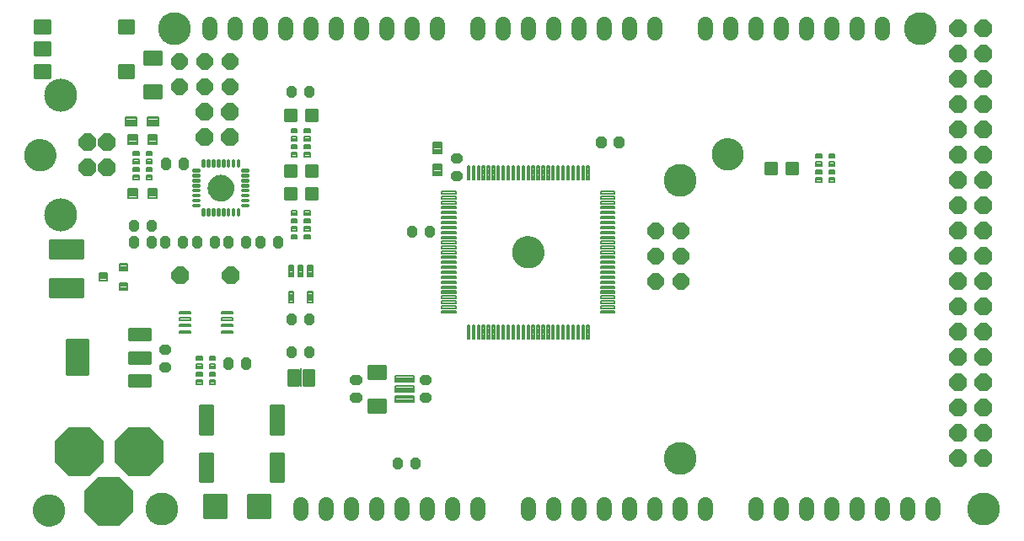
<source format=gbr>
G04 EAGLE Gerber RS-274X export*
G75*
%MOMM*%
%FSLAX34Y34*%
%LPD*%
%INSoldermask Top*%
%IPPOS*%
%AMOC8*
5,1,8,0,0,1.08239X$1,22.5*%
G01*
%ADD10C,3.301600*%
%ADD11P,1.787675X8X292.500000*%
%ADD12C,1.524000*%
%ADD13C,0.240253*%
%ADD14C,0.221272*%
%ADD15C,0.350222*%
%ADD16P,5.333585X8X112.500000*%
%ADD17C,2.201600*%
%ADD18C,2.184400*%
%ADD19C,1.117600*%
%ADD20C,0.224534*%
%ADD21C,0.322222*%
%ADD22C,0.820000*%
%ADD23C,0.204816*%
%ADD24P,1.924489X8X292.500000*%
%ADD25C,3.317600*%
%ADD26C,0.300237*%
%ADD27C,0.204469*%
%ADD28C,0.215900*%
%ADD29R,0.152400X1.828800*%
%ADD30C,0.324359*%
%ADD31P,1.787675X8X202.500000*%
%ADD32C,0.198288*%
%ADD33C,0.208416*%
%ADD34C,0.204544*%
%ADD35C,0.315334*%
%ADD36C,0.201994*%
%ADD37P,1.924489X8X112.500000*%

G36*
X201651Y334841D02*
X201651Y334841D01*
X201694Y334853D01*
X201760Y334860D01*
X203898Y335433D01*
X203938Y335452D01*
X204002Y335471D01*
X206008Y336407D01*
X206045Y336432D01*
X206104Y336462D01*
X207917Y337732D01*
X207949Y337763D01*
X208002Y337803D01*
X209567Y339368D01*
X209593Y339405D01*
X209638Y339453D01*
X210908Y341266D01*
X210921Y341295D01*
X210939Y341316D01*
X210945Y341334D01*
X210963Y341362D01*
X211899Y343368D01*
X211910Y343411D01*
X211937Y343472D01*
X212510Y345611D01*
X212513Y345655D01*
X212529Y345719D01*
X212722Y347925D01*
X212718Y347969D01*
X212722Y348035D01*
X212529Y350241D01*
X212517Y350284D01*
X212510Y350350D01*
X211937Y352488D01*
X211918Y352528D01*
X211899Y352592D01*
X210963Y354598D01*
X210943Y354627D01*
X210935Y354646D01*
X210928Y354654D01*
X210908Y354694D01*
X209638Y356507D01*
X209607Y356539D01*
X209567Y356592D01*
X208002Y358157D01*
X207965Y358183D01*
X207917Y358228D01*
X206104Y359498D01*
X206063Y359517D01*
X206008Y359553D01*
X204002Y360489D01*
X203959Y360500D01*
X203898Y360527D01*
X201760Y361100D01*
X201715Y361103D01*
X201651Y361119D01*
X199445Y361312D01*
X199401Y361308D01*
X199335Y361312D01*
X197129Y361119D01*
X197086Y361107D01*
X197021Y361100D01*
X194882Y360527D01*
X194842Y360508D01*
X194778Y360489D01*
X192772Y359553D01*
X192735Y359528D01*
X192676Y359498D01*
X190863Y358228D01*
X190831Y358197D01*
X190778Y358157D01*
X189213Y356592D01*
X189187Y356555D01*
X189142Y356507D01*
X187872Y354694D01*
X187853Y354653D01*
X187834Y354624D01*
X187826Y354614D01*
X187824Y354609D01*
X187817Y354598D01*
X186881Y352592D01*
X186870Y352549D01*
X186843Y352488D01*
X186270Y350350D01*
X186267Y350305D01*
X186251Y350241D01*
X186058Y348035D01*
X186062Y347991D01*
X186058Y347925D01*
X186251Y345719D01*
X186263Y345676D01*
X186270Y345611D01*
X186843Y343472D01*
X186862Y343432D01*
X186881Y343368D01*
X187817Y341362D01*
X187842Y341325D01*
X187849Y341313D01*
X187860Y341284D01*
X187866Y341278D01*
X187872Y341266D01*
X189142Y339453D01*
X189173Y339421D01*
X189213Y339368D01*
X190778Y337803D01*
X190815Y337777D01*
X190863Y337732D01*
X192676Y336462D01*
X192717Y336443D01*
X192772Y336407D01*
X194778Y335471D01*
X194821Y335460D01*
X194882Y335433D01*
X197021Y334860D01*
X197065Y334857D01*
X197129Y334841D01*
X199335Y334648D01*
X199379Y334652D01*
X199445Y334648D01*
X201651Y334841D01*
G37*
D10*
X965200Y25400D03*
X152400Y508000D03*
X901700Y508000D03*
X139700Y25400D03*
X660400Y355600D03*
X660400Y76200D03*
D11*
X636270Y304800D03*
X661670Y304800D03*
X636270Y279400D03*
X661670Y279400D03*
X636270Y254000D03*
X661670Y254000D03*
D12*
X635000Y503733D02*
X635000Y512267D01*
X609600Y512267D02*
X609600Y503733D01*
X584200Y503733D02*
X584200Y512267D01*
X558800Y512267D02*
X558800Y503733D01*
X533400Y503733D02*
X533400Y512267D01*
X508000Y512267D02*
X508000Y503733D01*
X482600Y503733D02*
X482600Y512267D01*
X457200Y512267D02*
X457200Y503733D01*
D13*
X190457Y129747D02*
X190457Y101133D01*
X177843Y101133D01*
X177843Y129747D01*
X190457Y129747D01*
X190457Y103416D02*
X177843Y103416D01*
X177843Y105699D02*
X190457Y105699D01*
X190457Y107982D02*
X177843Y107982D01*
X177843Y110265D02*
X190457Y110265D01*
X190457Y112548D02*
X177843Y112548D01*
X177843Y114831D02*
X190457Y114831D01*
X190457Y117114D02*
X177843Y117114D01*
X177843Y119397D02*
X190457Y119397D01*
X190457Y121680D02*
X177843Y121680D01*
X177843Y123963D02*
X190457Y123963D01*
X190457Y126246D02*
X177843Y126246D01*
X177843Y128529D02*
X190457Y128529D01*
X190457Y81747D02*
X190457Y53133D01*
X177843Y53133D01*
X177843Y81747D01*
X190457Y81747D01*
X190457Y55416D02*
X177843Y55416D01*
X177843Y57699D02*
X190457Y57699D01*
X190457Y59982D02*
X177843Y59982D01*
X177843Y62265D02*
X190457Y62265D01*
X190457Y64548D02*
X177843Y64548D01*
X177843Y66831D02*
X190457Y66831D01*
X190457Y69114D02*
X177843Y69114D01*
X177843Y71397D02*
X190457Y71397D01*
X190457Y73680D02*
X177843Y73680D01*
X177843Y75963D02*
X190457Y75963D01*
X190457Y78246D02*
X177843Y78246D01*
X177843Y80529D02*
X190457Y80529D01*
X261577Y101133D02*
X261577Y129747D01*
X261577Y101133D02*
X248963Y101133D01*
X248963Y129747D01*
X261577Y129747D01*
X261577Y103416D02*
X248963Y103416D01*
X248963Y105699D02*
X261577Y105699D01*
X261577Y107982D02*
X248963Y107982D01*
X248963Y110265D02*
X261577Y110265D01*
X261577Y112548D02*
X248963Y112548D01*
X248963Y114831D02*
X261577Y114831D01*
X261577Y117114D02*
X248963Y117114D01*
X248963Y119397D02*
X261577Y119397D01*
X261577Y121680D02*
X248963Y121680D01*
X248963Y123963D02*
X261577Y123963D01*
X261577Y126246D02*
X248963Y126246D01*
X248963Y128529D02*
X261577Y128529D01*
X261577Y81747D02*
X261577Y53133D01*
X248963Y53133D01*
X248963Y81747D01*
X261577Y81747D01*
X261577Y55416D02*
X248963Y55416D01*
X248963Y57699D02*
X261577Y57699D01*
X261577Y59982D02*
X248963Y59982D01*
X248963Y62265D02*
X261577Y62265D01*
X261577Y64548D02*
X248963Y64548D01*
X248963Y66831D02*
X261577Y66831D01*
X261577Y69114D02*
X248963Y69114D01*
X248963Y71397D02*
X261577Y71397D01*
X261577Y73680D02*
X248963Y73680D01*
X248963Y75963D02*
X261577Y75963D01*
X261577Y78246D02*
X248963Y78246D01*
X248963Y80529D02*
X261577Y80529D01*
D14*
X777902Y362898D02*
X777902Y373702D01*
X777902Y362898D02*
X767098Y362898D01*
X767098Y373702D01*
X777902Y373702D01*
X777902Y365000D02*
X767098Y365000D01*
X767098Y367102D02*
X777902Y367102D01*
X777902Y369204D02*
X767098Y369204D01*
X767098Y371306D02*
X777902Y371306D01*
X777902Y373408D02*
X767098Y373408D01*
X756902Y373702D02*
X756902Y362898D01*
X746098Y362898D01*
X746098Y373702D01*
X756902Y373702D01*
X756902Y365000D02*
X746098Y365000D01*
X746098Y367102D02*
X756902Y367102D01*
X756902Y369204D02*
X746098Y369204D01*
X746098Y371306D02*
X756902Y371306D01*
X756902Y373408D02*
X746098Y373408D01*
D15*
X204657Y38697D02*
X183143Y38697D01*
X204657Y38697D02*
X204657Y17183D01*
X183143Y17183D01*
X183143Y38697D01*
X183143Y20510D02*
X204657Y20510D01*
X204657Y23837D02*
X183143Y23837D01*
X183143Y27164D02*
X204657Y27164D01*
X204657Y30491D02*
X183143Y30491D01*
X183143Y33818D02*
X204657Y33818D01*
X204657Y37145D02*
X183143Y37145D01*
X227143Y38697D02*
X248657Y38697D01*
X248657Y17183D01*
X227143Y17183D01*
X227143Y38697D01*
X227143Y20510D02*
X248657Y20510D01*
X248657Y23837D02*
X227143Y23837D01*
X227143Y27164D02*
X248657Y27164D01*
X248657Y30491D02*
X227143Y30491D01*
X227143Y33818D02*
X248657Y33818D01*
X248657Y37145D02*
X227143Y37145D01*
D16*
X86868Y33020D03*
X116840Y83058D03*
X56896Y83058D03*
D17*
X94488Y33020D03*
X79248Y33020D03*
X56896Y75438D03*
X56896Y90678D03*
X116840Y75438D03*
X116840Y90678D03*
D18*
X703406Y381922D02*
X703408Y382063D01*
X703414Y382204D01*
X703424Y382344D01*
X703438Y382484D01*
X703456Y382624D01*
X703477Y382763D01*
X703503Y382902D01*
X703532Y383040D01*
X703566Y383176D01*
X703603Y383312D01*
X703644Y383447D01*
X703689Y383581D01*
X703738Y383713D01*
X703790Y383844D01*
X703846Y383973D01*
X703906Y384100D01*
X703969Y384226D01*
X704035Y384350D01*
X704106Y384473D01*
X704179Y384593D01*
X704256Y384711D01*
X704336Y384827D01*
X704420Y384940D01*
X704506Y385051D01*
X704596Y385160D01*
X704689Y385266D01*
X704784Y385369D01*
X704883Y385470D01*
X704984Y385568D01*
X705088Y385663D01*
X705195Y385755D01*
X705304Y385844D01*
X705416Y385929D01*
X705530Y386012D01*
X705646Y386092D01*
X705765Y386168D01*
X705886Y386240D01*
X706008Y386310D01*
X706133Y386375D01*
X706259Y386438D01*
X706387Y386496D01*
X706517Y386551D01*
X706648Y386603D01*
X706781Y386650D01*
X706915Y386694D01*
X707050Y386735D01*
X707186Y386771D01*
X707323Y386803D01*
X707461Y386832D01*
X707599Y386857D01*
X707739Y386877D01*
X707879Y386894D01*
X708019Y386907D01*
X708160Y386916D01*
X708300Y386921D01*
X708441Y386922D01*
X708582Y386919D01*
X708723Y386912D01*
X708863Y386901D01*
X709003Y386886D01*
X709143Y386867D01*
X709282Y386845D01*
X709420Y386818D01*
X709558Y386788D01*
X709694Y386753D01*
X709830Y386715D01*
X709964Y386673D01*
X710098Y386627D01*
X710230Y386578D01*
X710360Y386524D01*
X710489Y386467D01*
X710616Y386407D01*
X710742Y386343D01*
X710865Y386275D01*
X710987Y386204D01*
X711107Y386130D01*
X711224Y386052D01*
X711339Y385971D01*
X711452Y385887D01*
X711563Y385800D01*
X711671Y385709D01*
X711776Y385616D01*
X711879Y385519D01*
X711979Y385420D01*
X712076Y385318D01*
X712170Y385213D01*
X712261Y385106D01*
X712349Y384996D01*
X712434Y384884D01*
X712516Y384769D01*
X712595Y384652D01*
X712670Y384533D01*
X712742Y384412D01*
X712810Y384289D01*
X712875Y384164D01*
X712937Y384037D01*
X712994Y383908D01*
X713049Y383778D01*
X713099Y383647D01*
X713146Y383514D01*
X713189Y383380D01*
X713228Y383244D01*
X713263Y383108D01*
X713295Y382971D01*
X713322Y382833D01*
X713346Y382694D01*
X713366Y382554D01*
X713382Y382414D01*
X713394Y382274D01*
X713402Y382133D01*
X713406Y381992D01*
X713406Y381852D01*
X713402Y381711D01*
X713394Y381570D01*
X713382Y381430D01*
X713366Y381290D01*
X713346Y381150D01*
X713322Y381011D01*
X713295Y380873D01*
X713263Y380736D01*
X713228Y380600D01*
X713189Y380464D01*
X713146Y380330D01*
X713099Y380197D01*
X713049Y380066D01*
X712994Y379936D01*
X712937Y379807D01*
X712875Y379680D01*
X712810Y379555D01*
X712742Y379432D01*
X712670Y379311D01*
X712595Y379192D01*
X712516Y379075D01*
X712434Y378960D01*
X712349Y378848D01*
X712261Y378738D01*
X712170Y378631D01*
X712076Y378526D01*
X711979Y378424D01*
X711879Y378325D01*
X711776Y378228D01*
X711671Y378135D01*
X711563Y378044D01*
X711452Y377957D01*
X711339Y377873D01*
X711224Y377792D01*
X711107Y377714D01*
X710987Y377640D01*
X710865Y377569D01*
X710742Y377501D01*
X710616Y377437D01*
X710489Y377377D01*
X710360Y377320D01*
X710230Y377266D01*
X710098Y377217D01*
X709964Y377171D01*
X709830Y377129D01*
X709694Y377091D01*
X709558Y377056D01*
X709420Y377026D01*
X709282Y376999D01*
X709143Y376977D01*
X709003Y376958D01*
X708863Y376943D01*
X708723Y376932D01*
X708582Y376925D01*
X708441Y376922D01*
X708300Y376923D01*
X708160Y376928D01*
X708019Y376937D01*
X707879Y376950D01*
X707739Y376967D01*
X707599Y376987D01*
X707461Y377012D01*
X707323Y377041D01*
X707186Y377073D01*
X707050Y377109D01*
X706915Y377150D01*
X706781Y377194D01*
X706648Y377241D01*
X706517Y377293D01*
X706387Y377348D01*
X706259Y377406D01*
X706133Y377469D01*
X706008Y377534D01*
X705886Y377604D01*
X705765Y377676D01*
X705646Y377752D01*
X705530Y377832D01*
X705416Y377915D01*
X705304Y378000D01*
X705195Y378089D01*
X705088Y378181D01*
X704984Y378276D01*
X704883Y378374D01*
X704784Y378475D01*
X704689Y378578D01*
X704596Y378684D01*
X704506Y378793D01*
X704420Y378904D01*
X704336Y379017D01*
X704256Y379133D01*
X704179Y379251D01*
X704106Y379371D01*
X704035Y379494D01*
X703969Y379618D01*
X703906Y379744D01*
X703846Y379871D01*
X703790Y380000D01*
X703738Y380131D01*
X703689Y380263D01*
X703644Y380397D01*
X703603Y380532D01*
X703566Y380668D01*
X703532Y380804D01*
X703503Y380942D01*
X703477Y381081D01*
X703456Y381220D01*
X703438Y381360D01*
X703424Y381500D01*
X703414Y381640D01*
X703408Y381781D01*
X703406Y381922D01*
D19*
X708406Y381922D03*
D18*
X21670Y24130D02*
X21672Y24271D01*
X21678Y24412D01*
X21688Y24552D01*
X21702Y24692D01*
X21720Y24832D01*
X21741Y24971D01*
X21767Y25110D01*
X21796Y25248D01*
X21830Y25384D01*
X21867Y25520D01*
X21908Y25655D01*
X21953Y25789D01*
X22002Y25921D01*
X22054Y26052D01*
X22110Y26181D01*
X22170Y26308D01*
X22233Y26434D01*
X22299Y26558D01*
X22370Y26681D01*
X22443Y26801D01*
X22520Y26919D01*
X22600Y27035D01*
X22684Y27148D01*
X22770Y27259D01*
X22860Y27368D01*
X22953Y27474D01*
X23048Y27577D01*
X23147Y27678D01*
X23248Y27776D01*
X23352Y27871D01*
X23459Y27963D01*
X23568Y28052D01*
X23680Y28137D01*
X23794Y28220D01*
X23910Y28300D01*
X24029Y28376D01*
X24150Y28448D01*
X24272Y28518D01*
X24397Y28583D01*
X24523Y28646D01*
X24651Y28704D01*
X24781Y28759D01*
X24912Y28811D01*
X25045Y28858D01*
X25179Y28902D01*
X25314Y28943D01*
X25450Y28979D01*
X25587Y29011D01*
X25725Y29040D01*
X25863Y29065D01*
X26003Y29085D01*
X26143Y29102D01*
X26283Y29115D01*
X26424Y29124D01*
X26564Y29129D01*
X26705Y29130D01*
X26846Y29127D01*
X26987Y29120D01*
X27127Y29109D01*
X27267Y29094D01*
X27407Y29075D01*
X27546Y29053D01*
X27684Y29026D01*
X27822Y28996D01*
X27958Y28961D01*
X28094Y28923D01*
X28228Y28881D01*
X28362Y28835D01*
X28494Y28786D01*
X28624Y28732D01*
X28753Y28675D01*
X28880Y28615D01*
X29006Y28551D01*
X29129Y28483D01*
X29251Y28412D01*
X29371Y28338D01*
X29488Y28260D01*
X29603Y28179D01*
X29716Y28095D01*
X29827Y28008D01*
X29935Y27917D01*
X30040Y27824D01*
X30143Y27727D01*
X30243Y27628D01*
X30340Y27526D01*
X30434Y27421D01*
X30525Y27314D01*
X30613Y27204D01*
X30698Y27092D01*
X30780Y26977D01*
X30859Y26860D01*
X30934Y26741D01*
X31006Y26620D01*
X31074Y26497D01*
X31139Y26372D01*
X31201Y26245D01*
X31258Y26116D01*
X31313Y25986D01*
X31363Y25855D01*
X31410Y25722D01*
X31453Y25588D01*
X31492Y25452D01*
X31527Y25316D01*
X31559Y25179D01*
X31586Y25041D01*
X31610Y24902D01*
X31630Y24762D01*
X31646Y24622D01*
X31658Y24482D01*
X31666Y24341D01*
X31670Y24200D01*
X31670Y24060D01*
X31666Y23919D01*
X31658Y23778D01*
X31646Y23638D01*
X31630Y23498D01*
X31610Y23358D01*
X31586Y23219D01*
X31559Y23081D01*
X31527Y22944D01*
X31492Y22808D01*
X31453Y22672D01*
X31410Y22538D01*
X31363Y22405D01*
X31313Y22274D01*
X31258Y22144D01*
X31201Y22015D01*
X31139Y21888D01*
X31074Y21763D01*
X31006Y21640D01*
X30934Y21519D01*
X30859Y21400D01*
X30780Y21283D01*
X30698Y21168D01*
X30613Y21056D01*
X30525Y20946D01*
X30434Y20839D01*
X30340Y20734D01*
X30243Y20632D01*
X30143Y20533D01*
X30040Y20436D01*
X29935Y20343D01*
X29827Y20252D01*
X29716Y20165D01*
X29603Y20081D01*
X29488Y20000D01*
X29371Y19922D01*
X29251Y19848D01*
X29129Y19777D01*
X29006Y19709D01*
X28880Y19645D01*
X28753Y19585D01*
X28624Y19528D01*
X28494Y19474D01*
X28362Y19425D01*
X28228Y19379D01*
X28094Y19337D01*
X27958Y19299D01*
X27822Y19264D01*
X27684Y19234D01*
X27546Y19207D01*
X27407Y19185D01*
X27267Y19166D01*
X27127Y19151D01*
X26987Y19140D01*
X26846Y19133D01*
X26705Y19130D01*
X26564Y19131D01*
X26424Y19136D01*
X26283Y19145D01*
X26143Y19158D01*
X26003Y19175D01*
X25863Y19195D01*
X25725Y19220D01*
X25587Y19249D01*
X25450Y19281D01*
X25314Y19317D01*
X25179Y19358D01*
X25045Y19402D01*
X24912Y19449D01*
X24781Y19501D01*
X24651Y19556D01*
X24523Y19614D01*
X24397Y19677D01*
X24272Y19742D01*
X24150Y19812D01*
X24029Y19884D01*
X23910Y19960D01*
X23794Y20040D01*
X23680Y20123D01*
X23568Y20208D01*
X23459Y20297D01*
X23352Y20389D01*
X23248Y20484D01*
X23147Y20582D01*
X23048Y20683D01*
X22953Y20786D01*
X22860Y20892D01*
X22770Y21001D01*
X22684Y21112D01*
X22600Y21225D01*
X22520Y21341D01*
X22443Y21459D01*
X22370Y21579D01*
X22299Y21702D01*
X22233Y21826D01*
X22170Y21952D01*
X22110Y22079D01*
X22054Y22208D01*
X22002Y22339D01*
X21953Y22471D01*
X21908Y22605D01*
X21867Y22740D01*
X21830Y22876D01*
X21796Y23012D01*
X21767Y23150D01*
X21741Y23289D01*
X21720Y23428D01*
X21702Y23568D01*
X21688Y23708D01*
X21678Y23848D01*
X21672Y23989D01*
X21670Y24130D01*
D19*
X26670Y24130D03*
D18*
X12780Y381000D02*
X12782Y381141D01*
X12788Y381282D01*
X12798Y381422D01*
X12812Y381562D01*
X12830Y381702D01*
X12851Y381841D01*
X12877Y381980D01*
X12906Y382118D01*
X12940Y382254D01*
X12977Y382390D01*
X13018Y382525D01*
X13063Y382659D01*
X13112Y382791D01*
X13164Y382922D01*
X13220Y383051D01*
X13280Y383178D01*
X13343Y383304D01*
X13409Y383428D01*
X13480Y383551D01*
X13553Y383671D01*
X13630Y383789D01*
X13710Y383905D01*
X13794Y384018D01*
X13880Y384129D01*
X13970Y384238D01*
X14063Y384344D01*
X14158Y384447D01*
X14257Y384548D01*
X14358Y384646D01*
X14462Y384741D01*
X14569Y384833D01*
X14678Y384922D01*
X14790Y385007D01*
X14904Y385090D01*
X15020Y385170D01*
X15139Y385246D01*
X15260Y385318D01*
X15382Y385388D01*
X15507Y385453D01*
X15633Y385516D01*
X15761Y385574D01*
X15891Y385629D01*
X16022Y385681D01*
X16155Y385728D01*
X16289Y385772D01*
X16424Y385813D01*
X16560Y385849D01*
X16697Y385881D01*
X16835Y385910D01*
X16973Y385935D01*
X17113Y385955D01*
X17253Y385972D01*
X17393Y385985D01*
X17534Y385994D01*
X17674Y385999D01*
X17815Y386000D01*
X17956Y385997D01*
X18097Y385990D01*
X18237Y385979D01*
X18377Y385964D01*
X18517Y385945D01*
X18656Y385923D01*
X18794Y385896D01*
X18932Y385866D01*
X19068Y385831D01*
X19204Y385793D01*
X19338Y385751D01*
X19472Y385705D01*
X19604Y385656D01*
X19734Y385602D01*
X19863Y385545D01*
X19990Y385485D01*
X20116Y385421D01*
X20239Y385353D01*
X20361Y385282D01*
X20481Y385208D01*
X20598Y385130D01*
X20713Y385049D01*
X20826Y384965D01*
X20937Y384878D01*
X21045Y384787D01*
X21150Y384694D01*
X21253Y384597D01*
X21353Y384498D01*
X21450Y384396D01*
X21544Y384291D01*
X21635Y384184D01*
X21723Y384074D01*
X21808Y383962D01*
X21890Y383847D01*
X21969Y383730D01*
X22044Y383611D01*
X22116Y383490D01*
X22184Y383367D01*
X22249Y383242D01*
X22311Y383115D01*
X22368Y382986D01*
X22423Y382856D01*
X22473Y382725D01*
X22520Y382592D01*
X22563Y382458D01*
X22602Y382322D01*
X22637Y382186D01*
X22669Y382049D01*
X22696Y381911D01*
X22720Y381772D01*
X22740Y381632D01*
X22756Y381492D01*
X22768Y381352D01*
X22776Y381211D01*
X22780Y381070D01*
X22780Y380930D01*
X22776Y380789D01*
X22768Y380648D01*
X22756Y380508D01*
X22740Y380368D01*
X22720Y380228D01*
X22696Y380089D01*
X22669Y379951D01*
X22637Y379814D01*
X22602Y379678D01*
X22563Y379542D01*
X22520Y379408D01*
X22473Y379275D01*
X22423Y379144D01*
X22368Y379014D01*
X22311Y378885D01*
X22249Y378758D01*
X22184Y378633D01*
X22116Y378510D01*
X22044Y378389D01*
X21969Y378270D01*
X21890Y378153D01*
X21808Y378038D01*
X21723Y377926D01*
X21635Y377816D01*
X21544Y377709D01*
X21450Y377604D01*
X21353Y377502D01*
X21253Y377403D01*
X21150Y377306D01*
X21045Y377213D01*
X20937Y377122D01*
X20826Y377035D01*
X20713Y376951D01*
X20598Y376870D01*
X20481Y376792D01*
X20361Y376718D01*
X20239Y376647D01*
X20116Y376579D01*
X19990Y376515D01*
X19863Y376455D01*
X19734Y376398D01*
X19604Y376344D01*
X19472Y376295D01*
X19338Y376249D01*
X19204Y376207D01*
X19068Y376169D01*
X18932Y376134D01*
X18794Y376104D01*
X18656Y376077D01*
X18517Y376055D01*
X18377Y376036D01*
X18237Y376021D01*
X18097Y376010D01*
X17956Y376003D01*
X17815Y376000D01*
X17674Y376001D01*
X17534Y376006D01*
X17393Y376015D01*
X17253Y376028D01*
X17113Y376045D01*
X16973Y376065D01*
X16835Y376090D01*
X16697Y376119D01*
X16560Y376151D01*
X16424Y376187D01*
X16289Y376228D01*
X16155Y376272D01*
X16022Y376319D01*
X15891Y376371D01*
X15761Y376426D01*
X15633Y376484D01*
X15507Y376547D01*
X15382Y376612D01*
X15260Y376682D01*
X15139Y376754D01*
X15020Y376830D01*
X14904Y376910D01*
X14790Y376993D01*
X14678Y377078D01*
X14569Y377167D01*
X14462Y377259D01*
X14358Y377354D01*
X14257Y377452D01*
X14158Y377553D01*
X14063Y377656D01*
X13970Y377762D01*
X13880Y377871D01*
X13794Y377982D01*
X13710Y378095D01*
X13630Y378211D01*
X13553Y378329D01*
X13480Y378449D01*
X13409Y378572D01*
X13343Y378696D01*
X13280Y378822D01*
X13220Y378949D01*
X13164Y379078D01*
X13112Y379209D01*
X13063Y379341D01*
X13018Y379475D01*
X12977Y379610D01*
X12940Y379746D01*
X12906Y379882D01*
X12877Y380020D01*
X12851Y380159D01*
X12830Y380298D01*
X12812Y380438D01*
X12798Y380578D01*
X12788Y380718D01*
X12782Y380859D01*
X12780Y381000D01*
D19*
X17780Y381000D03*
D20*
X127910Y160168D02*
X127910Y149204D01*
X106786Y149204D01*
X106786Y160168D01*
X127910Y160168D01*
X127910Y151337D02*
X106786Y151337D01*
X106786Y153470D02*
X127910Y153470D01*
X127910Y155603D02*
X106786Y155603D01*
X106786Y157736D02*
X127910Y157736D01*
X127910Y159869D02*
X106786Y159869D01*
X127910Y172318D02*
X127910Y183282D01*
X127910Y172318D02*
X106786Y172318D01*
X106786Y183282D01*
X127910Y183282D01*
X127910Y174451D02*
X106786Y174451D01*
X106786Y176584D02*
X127910Y176584D01*
X127910Y178717D02*
X106786Y178717D01*
X106786Y180850D02*
X127910Y180850D01*
X127910Y182983D02*
X106786Y182983D01*
X127910Y195432D02*
X127910Y206396D01*
X127910Y195432D02*
X106786Y195432D01*
X106786Y206396D01*
X127910Y206396D01*
X127910Y197565D02*
X106786Y197565D01*
X106786Y199698D02*
X127910Y199698D01*
X127910Y201831D02*
X106786Y201831D01*
X106786Y203964D02*
X127910Y203964D01*
X127910Y206097D02*
X106786Y206097D01*
D21*
X65267Y194697D02*
X65267Y160903D01*
X45473Y160903D01*
X45473Y194697D01*
X65267Y194697D01*
X65267Y163964D02*
X45473Y163964D01*
X45473Y167025D02*
X65267Y167025D01*
X65267Y170086D02*
X45473Y170086D01*
X45473Y173147D02*
X65267Y173147D01*
X65267Y176208D02*
X45473Y176208D01*
X45473Y179269D02*
X65267Y179269D01*
X65267Y182330D02*
X45473Y182330D01*
X45473Y185391D02*
X65267Y185391D01*
X65267Y188452D02*
X45473Y188452D01*
X45473Y191513D02*
X65267Y191513D01*
X65267Y194574D02*
X45473Y194574D01*
D22*
X271410Y442592D02*
X271410Y446408D01*
X271410Y442592D02*
X269610Y442592D01*
X269610Y446408D01*
X271410Y446408D01*
X289190Y446408D02*
X289190Y442592D01*
X287390Y442592D01*
X287390Y446408D01*
X289190Y446408D01*
X408440Y306098D02*
X408440Y302282D01*
X408440Y306098D02*
X410240Y306098D01*
X410240Y302282D01*
X408440Y302282D01*
X390660Y302282D02*
X390660Y306098D01*
X392460Y306098D01*
X392460Y302282D01*
X390660Y302282D01*
X145418Y184520D02*
X141602Y184520D01*
X141602Y186320D01*
X145418Y186320D01*
X145418Y184520D01*
X145418Y166740D02*
X141602Y166740D01*
X141602Y168540D01*
X145418Y168540D01*
X145418Y166740D01*
D12*
X508000Y29667D02*
X508000Y21133D01*
X533400Y21133D02*
X533400Y29667D01*
X558800Y29667D02*
X558800Y21133D01*
X584200Y21133D02*
X584200Y29667D01*
X609600Y29667D02*
X609600Y21133D01*
X635000Y21133D02*
X635000Y29667D01*
X660400Y29667D02*
X660400Y21133D01*
X685800Y21133D02*
X685800Y29667D01*
X863600Y503733D02*
X863600Y512267D01*
X838200Y512267D02*
X838200Y503733D01*
X812800Y503733D02*
X812800Y512267D01*
X787400Y512267D02*
X787400Y503733D01*
X762000Y503733D02*
X762000Y512267D01*
X736600Y512267D02*
X736600Y503733D01*
X711200Y503733D02*
X711200Y512267D01*
X685800Y512267D02*
X685800Y503733D01*
D23*
X434984Y342480D02*
X421016Y342480D01*
X421016Y344448D01*
X434984Y344448D01*
X434984Y342480D01*
X434984Y344426D02*
X421016Y344426D01*
X421016Y337480D02*
X434984Y337480D01*
X421016Y337480D02*
X421016Y339448D01*
X434984Y339448D01*
X434984Y337480D01*
X434984Y339426D02*
X421016Y339426D01*
X421016Y332480D02*
X434984Y332480D01*
X421016Y332480D02*
X421016Y334448D01*
X434984Y334448D01*
X434984Y332480D01*
X434984Y334426D02*
X421016Y334426D01*
X421016Y327480D02*
X434984Y327480D01*
X421016Y327480D02*
X421016Y329448D01*
X434984Y329448D01*
X434984Y327480D01*
X434984Y329426D02*
X421016Y329426D01*
X421016Y322480D02*
X434984Y322480D01*
X421016Y322480D02*
X421016Y324448D01*
X434984Y324448D01*
X434984Y322480D01*
X434984Y324426D02*
X421016Y324426D01*
X421016Y317480D02*
X434984Y317480D01*
X421016Y317480D02*
X421016Y319448D01*
X434984Y319448D01*
X434984Y317480D01*
X434984Y319426D02*
X421016Y319426D01*
X421016Y312480D02*
X434984Y312480D01*
X421016Y312480D02*
X421016Y314448D01*
X434984Y314448D01*
X434984Y312480D01*
X434984Y314426D02*
X421016Y314426D01*
X421016Y307480D02*
X434984Y307480D01*
X421016Y307480D02*
X421016Y309448D01*
X434984Y309448D01*
X434984Y307480D01*
X434984Y309426D02*
X421016Y309426D01*
X421016Y302480D02*
X434984Y302480D01*
X421016Y302480D02*
X421016Y304448D01*
X434984Y304448D01*
X434984Y302480D01*
X434984Y304426D02*
X421016Y304426D01*
X421016Y297480D02*
X434984Y297480D01*
X421016Y297480D02*
X421016Y299448D01*
X434984Y299448D01*
X434984Y297480D01*
X434984Y299426D02*
X421016Y299426D01*
X421016Y292480D02*
X434984Y292480D01*
X421016Y292480D02*
X421016Y294448D01*
X434984Y294448D01*
X434984Y292480D01*
X434984Y294426D02*
X421016Y294426D01*
X421016Y287480D02*
X434984Y287480D01*
X421016Y287480D02*
X421016Y289448D01*
X434984Y289448D01*
X434984Y287480D01*
X434984Y289426D02*
X421016Y289426D01*
X421016Y282480D02*
X434984Y282480D01*
X421016Y282480D02*
X421016Y284448D01*
X434984Y284448D01*
X434984Y282480D01*
X434984Y284426D02*
X421016Y284426D01*
X421016Y277480D02*
X434984Y277480D01*
X421016Y277480D02*
X421016Y279448D01*
X434984Y279448D01*
X434984Y277480D01*
X434984Y279426D02*
X421016Y279426D01*
X421016Y272480D02*
X434984Y272480D01*
X421016Y272480D02*
X421016Y274448D01*
X434984Y274448D01*
X434984Y272480D01*
X434984Y274426D02*
X421016Y274426D01*
X421016Y267480D02*
X434984Y267480D01*
X421016Y267480D02*
X421016Y269448D01*
X434984Y269448D01*
X434984Y267480D01*
X434984Y269426D02*
X421016Y269426D01*
X421016Y262480D02*
X434984Y262480D01*
X421016Y262480D02*
X421016Y264448D01*
X434984Y264448D01*
X434984Y262480D01*
X434984Y264426D02*
X421016Y264426D01*
X421016Y257480D02*
X434984Y257480D01*
X421016Y257480D02*
X421016Y259448D01*
X434984Y259448D01*
X434984Y257480D01*
X434984Y259426D02*
X421016Y259426D01*
X421016Y252480D02*
X434984Y252480D01*
X421016Y252480D02*
X421016Y254448D01*
X434984Y254448D01*
X434984Y252480D01*
X434984Y254426D02*
X421016Y254426D01*
X421016Y247480D02*
X434984Y247480D01*
X421016Y247480D02*
X421016Y249448D01*
X434984Y249448D01*
X434984Y247480D01*
X434984Y249426D02*
X421016Y249426D01*
X421016Y242480D02*
X434984Y242480D01*
X421016Y242480D02*
X421016Y244448D01*
X434984Y244448D01*
X434984Y242480D01*
X434984Y244426D02*
X421016Y244426D01*
X421016Y237480D02*
X434984Y237480D01*
X421016Y237480D02*
X421016Y239448D01*
X434984Y239448D01*
X434984Y237480D01*
X434984Y239426D02*
X421016Y239426D01*
X421016Y232480D02*
X434984Y232480D01*
X421016Y232480D02*
X421016Y234448D01*
X434984Y234448D01*
X434984Y232480D01*
X434984Y234426D02*
X421016Y234426D01*
X421016Y227480D02*
X434984Y227480D01*
X421016Y227480D02*
X421016Y229448D01*
X434984Y229448D01*
X434984Y227480D01*
X434984Y229426D02*
X421016Y229426D01*
X421016Y222480D02*
X434984Y222480D01*
X421016Y222480D02*
X421016Y224448D01*
X434984Y224448D01*
X434984Y222480D01*
X434984Y224426D02*
X421016Y224426D01*
X447016Y196480D02*
X448984Y196480D01*
X447016Y196480D02*
X447016Y210448D01*
X448984Y210448D01*
X448984Y196480D01*
X448984Y198426D02*
X447016Y198426D01*
X447016Y200372D02*
X448984Y200372D01*
X448984Y202318D02*
X447016Y202318D01*
X447016Y204264D02*
X448984Y204264D01*
X448984Y206210D02*
X447016Y206210D01*
X447016Y208156D02*
X448984Y208156D01*
X448984Y210102D02*
X447016Y210102D01*
X452016Y196480D02*
X453984Y196480D01*
X452016Y196480D02*
X452016Y210448D01*
X453984Y210448D01*
X453984Y196480D01*
X453984Y198426D02*
X452016Y198426D01*
X452016Y200372D02*
X453984Y200372D01*
X453984Y202318D02*
X452016Y202318D01*
X452016Y204264D02*
X453984Y204264D01*
X453984Y206210D02*
X452016Y206210D01*
X452016Y208156D02*
X453984Y208156D01*
X453984Y210102D02*
X452016Y210102D01*
X457016Y196480D02*
X458984Y196480D01*
X457016Y196480D02*
X457016Y210448D01*
X458984Y210448D01*
X458984Y196480D01*
X458984Y198426D02*
X457016Y198426D01*
X457016Y200372D02*
X458984Y200372D01*
X458984Y202318D02*
X457016Y202318D01*
X457016Y204264D02*
X458984Y204264D01*
X458984Y206210D02*
X457016Y206210D01*
X457016Y208156D02*
X458984Y208156D01*
X458984Y210102D02*
X457016Y210102D01*
X462016Y196480D02*
X463984Y196480D01*
X462016Y196480D02*
X462016Y210448D01*
X463984Y210448D01*
X463984Y196480D01*
X463984Y198426D02*
X462016Y198426D01*
X462016Y200372D02*
X463984Y200372D01*
X463984Y202318D02*
X462016Y202318D01*
X462016Y204264D02*
X463984Y204264D01*
X463984Y206210D02*
X462016Y206210D01*
X462016Y208156D02*
X463984Y208156D01*
X463984Y210102D02*
X462016Y210102D01*
X467016Y196480D02*
X468984Y196480D01*
X467016Y196480D02*
X467016Y210448D01*
X468984Y210448D01*
X468984Y196480D01*
X468984Y198426D02*
X467016Y198426D01*
X467016Y200372D02*
X468984Y200372D01*
X468984Y202318D02*
X467016Y202318D01*
X467016Y204264D02*
X468984Y204264D01*
X468984Y206210D02*
X467016Y206210D01*
X467016Y208156D02*
X468984Y208156D01*
X468984Y210102D02*
X467016Y210102D01*
X472016Y196480D02*
X473984Y196480D01*
X472016Y196480D02*
X472016Y210448D01*
X473984Y210448D01*
X473984Y196480D01*
X473984Y198426D02*
X472016Y198426D01*
X472016Y200372D02*
X473984Y200372D01*
X473984Y202318D02*
X472016Y202318D01*
X472016Y204264D02*
X473984Y204264D01*
X473984Y206210D02*
X472016Y206210D01*
X472016Y208156D02*
X473984Y208156D01*
X473984Y210102D02*
X472016Y210102D01*
X477016Y196480D02*
X478984Y196480D01*
X477016Y196480D02*
X477016Y210448D01*
X478984Y210448D01*
X478984Y196480D01*
X478984Y198426D02*
X477016Y198426D01*
X477016Y200372D02*
X478984Y200372D01*
X478984Y202318D02*
X477016Y202318D01*
X477016Y204264D02*
X478984Y204264D01*
X478984Y206210D02*
X477016Y206210D01*
X477016Y208156D02*
X478984Y208156D01*
X478984Y210102D02*
X477016Y210102D01*
X482016Y196480D02*
X483984Y196480D01*
X482016Y196480D02*
X482016Y210448D01*
X483984Y210448D01*
X483984Y196480D01*
X483984Y198426D02*
X482016Y198426D01*
X482016Y200372D02*
X483984Y200372D01*
X483984Y202318D02*
X482016Y202318D01*
X482016Y204264D02*
X483984Y204264D01*
X483984Y206210D02*
X482016Y206210D01*
X482016Y208156D02*
X483984Y208156D01*
X483984Y210102D02*
X482016Y210102D01*
X487016Y196480D02*
X488984Y196480D01*
X487016Y196480D02*
X487016Y210448D01*
X488984Y210448D01*
X488984Y196480D01*
X488984Y198426D02*
X487016Y198426D01*
X487016Y200372D02*
X488984Y200372D01*
X488984Y202318D02*
X487016Y202318D01*
X487016Y204264D02*
X488984Y204264D01*
X488984Y206210D02*
X487016Y206210D01*
X487016Y208156D02*
X488984Y208156D01*
X488984Y210102D02*
X487016Y210102D01*
X492016Y196480D02*
X493984Y196480D01*
X492016Y196480D02*
X492016Y210448D01*
X493984Y210448D01*
X493984Y196480D01*
X493984Y198426D02*
X492016Y198426D01*
X492016Y200372D02*
X493984Y200372D01*
X493984Y202318D02*
X492016Y202318D01*
X492016Y204264D02*
X493984Y204264D01*
X493984Y206210D02*
X492016Y206210D01*
X492016Y208156D02*
X493984Y208156D01*
X493984Y210102D02*
X492016Y210102D01*
X497016Y196480D02*
X498984Y196480D01*
X497016Y196480D02*
X497016Y210448D01*
X498984Y210448D01*
X498984Y196480D01*
X498984Y198426D02*
X497016Y198426D01*
X497016Y200372D02*
X498984Y200372D01*
X498984Y202318D02*
X497016Y202318D01*
X497016Y204264D02*
X498984Y204264D01*
X498984Y206210D02*
X497016Y206210D01*
X497016Y208156D02*
X498984Y208156D01*
X498984Y210102D02*
X497016Y210102D01*
X502016Y196480D02*
X503984Y196480D01*
X502016Y196480D02*
X502016Y210448D01*
X503984Y210448D01*
X503984Y196480D01*
X503984Y198426D02*
X502016Y198426D01*
X502016Y200372D02*
X503984Y200372D01*
X503984Y202318D02*
X502016Y202318D01*
X502016Y204264D02*
X503984Y204264D01*
X503984Y206210D02*
X502016Y206210D01*
X502016Y208156D02*
X503984Y208156D01*
X503984Y210102D02*
X502016Y210102D01*
X507016Y196480D02*
X508984Y196480D01*
X507016Y196480D02*
X507016Y210448D01*
X508984Y210448D01*
X508984Y196480D01*
X508984Y198426D02*
X507016Y198426D01*
X507016Y200372D02*
X508984Y200372D01*
X508984Y202318D02*
X507016Y202318D01*
X507016Y204264D02*
X508984Y204264D01*
X508984Y206210D02*
X507016Y206210D01*
X507016Y208156D02*
X508984Y208156D01*
X508984Y210102D02*
X507016Y210102D01*
X512016Y196480D02*
X513984Y196480D01*
X512016Y196480D02*
X512016Y210448D01*
X513984Y210448D01*
X513984Y196480D01*
X513984Y198426D02*
X512016Y198426D01*
X512016Y200372D02*
X513984Y200372D01*
X513984Y202318D02*
X512016Y202318D01*
X512016Y204264D02*
X513984Y204264D01*
X513984Y206210D02*
X512016Y206210D01*
X512016Y208156D02*
X513984Y208156D01*
X513984Y210102D02*
X512016Y210102D01*
X517016Y196480D02*
X518984Y196480D01*
X517016Y196480D02*
X517016Y210448D01*
X518984Y210448D01*
X518984Y196480D01*
X518984Y198426D02*
X517016Y198426D01*
X517016Y200372D02*
X518984Y200372D01*
X518984Y202318D02*
X517016Y202318D01*
X517016Y204264D02*
X518984Y204264D01*
X518984Y206210D02*
X517016Y206210D01*
X517016Y208156D02*
X518984Y208156D01*
X518984Y210102D02*
X517016Y210102D01*
X522016Y196480D02*
X523984Y196480D01*
X522016Y196480D02*
X522016Y210448D01*
X523984Y210448D01*
X523984Y196480D01*
X523984Y198426D02*
X522016Y198426D01*
X522016Y200372D02*
X523984Y200372D01*
X523984Y202318D02*
X522016Y202318D01*
X522016Y204264D02*
X523984Y204264D01*
X523984Y206210D02*
X522016Y206210D01*
X522016Y208156D02*
X523984Y208156D01*
X523984Y210102D02*
X522016Y210102D01*
X527016Y196480D02*
X528984Y196480D01*
X527016Y196480D02*
X527016Y210448D01*
X528984Y210448D01*
X528984Y196480D01*
X528984Y198426D02*
X527016Y198426D01*
X527016Y200372D02*
X528984Y200372D01*
X528984Y202318D02*
X527016Y202318D01*
X527016Y204264D02*
X528984Y204264D01*
X528984Y206210D02*
X527016Y206210D01*
X527016Y208156D02*
X528984Y208156D01*
X528984Y210102D02*
X527016Y210102D01*
X532016Y196480D02*
X533984Y196480D01*
X532016Y196480D02*
X532016Y210448D01*
X533984Y210448D01*
X533984Y196480D01*
X533984Y198426D02*
X532016Y198426D01*
X532016Y200372D02*
X533984Y200372D01*
X533984Y202318D02*
X532016Y202318D01*
X532016Y204264D02*
X533984Y204264D01*
X533984Y206210D02*
X532016Y206210D01*
X532016Y208156D02*
X533984Y208156D01*
X533984Y210102D02*
X532016Y210102D01*
X537016Y196480D02*
X538984Y196480D01*
X537016Y196480D02*
X537016Y210448D01*
X538984Y210448D01*
X538984Y196480D01*
X538984Y198426D02*
X537016Y198426D01*
X537016Y200372D02*
X538984Y200372D01*
X538984Y202318D02*
X537016Y202318D01*
X537016Y204264D02*
X538984Y204264D01*
X538984Y206210D02*
X537016Y206210D01*
X537016Y208156D02*
X538984Y208156D01*
X538984Y210102D02*
X537016Y210102D01*
X542016Y196480D02*
X543984Y196480D01*
X542016Y196480D02*
X542016Y210448D01*
X543984Y210448D01*
X543984Y196480D01*
X543984Y198426D02*
X542016Y198426D01*
X542016Y200372D02*
X543984Y200372D01*
X543984Y202318D02*
X542016Y202318D01*
X542016Y204264D02*
X543984Y204264D01*
X543984Y206210D02*
X542016Y206210D01*
X542016Y208156D02*
X543984Y208156D01*
X543984Y210102D02*
X542016Y210102D01*
X547016Y196480D02*
X548984Y196480D01*
X547016Y196480D02*
X547016Y210448D01*
X548984Y210448D01*
X548984Y196480D01*
X548984Y198426D02*
X547016Y198426D01*
X547016Y200372D02*
X548984Y200372D01*
X548984Y202318D02*
X547016Y202318D01*
X547016Y204264D02*
X548984Y204264D01*
X548984Y206210D02*
X547016Y206210D01*
X547016Y208156D02*
X548984Y208156D01*
X548984Y210102D02*
X547016Y210102D01*
X552016Y196480D02*
X553984Y196480D01*
X552016Y196480D02*
X552016Y210448D01*
X553984Y210448D01*
X553984Y196480D01*
X553984Y198426D02*
X552016Y198426D01*
X552016Y200372D02*
X553984Y200372D01*
X553984Y202318D02*
X552016Y202318D01*
X552016Y204264D02*
X553984Y204264D01*
X553984Y206210D02*
X552016Y206210D01*
X552016Y208156D02*
X553984Y208156D01*
X553984Y210102D02*
X552016Y210102D01*
X557016Y196480D02*
X558984Y196480D01*
X557016Y196480D02*
X557016Y210448D01*
X558984Y210448D01*
X558984Y196480D01*
X558984Y198426D02*
X557016Y198426D01*
X557016Y200372D02*
X558984Y200372D01*
X558984Y202318D02*
X557016Y202318D01*
X557016Y204264D02*
X558984Y204264D01*
X558984Y206210D02*
X557016Y206210D01*
X557016Y208156D02*
X558984Y208156D01*
X558984Y210102D02*
X557016Y210102D01*
X562016Y196480D02*
X563984Y196480D01*
X562016Y196480D02*
X562016Y210448D01*
X563984Y210448D01*
X563984Y196480D01*
X563984Y198426D02*
X562016Y198426D01*
X562016Y200372D02*
X563984Y200372D01*
X563984Y202318D02*
X562016Y202318D01*
X562016Y204264D02*
X563984Y204264D01*
X563984Y206210D02*
X562016Y206210D01*
X562016Y208156D02*
X563984Y208156D01*
X563984Y210102D02*
X562016Y210102D01*
X567016Y196480D02*
X568984Y196480D01*
X567016Y196480D02*
X567016Y210448D01*
X568984Y210448D01*
X568984Y196480D01*
X568984Y198426D02*
X567016Y198426D01*
X567016Y200372D02*
X568984Y200372D01*
X568984Y202318D02*
X567016Y202318D01*
X567016Y204264D02*
X568984Y204264D01*
X568984Y206210D02*
X567016Y206210D01*
X567016Y208156D02*
X568984Y208156D01*
X568984Y210102D02*
X567016Y210102D01*
X581016Y222480D02*
X594984Y222480D01*
X581016Y222480D02*
X581016Y224448D01*
X594984Y224448D01*
X594984Y222480D01*
X594984Y224426D02*
X581016Y224426D01*
X581016Y227480D02*
X594984Y227480D01*
X581016Y227480D02*
X581016Y229448D01*
X594984Y229448D01*
X594984Y227480D01*
X594984Y229426D02*
X581016Y229426D01*
X581016Y232480D02*
X594984Y232480D01*
X581016Y232480D02*
X581016Y234448D01*
X594984Y234448D01*
X594984Y232480D01*
X594984Y234426D02*
X581016Y234426D01*
X581016Y237480D02*
X594984Y237480D01*
X581016Y237480D02*
X581016Y239448D01*
X594984Y239448D01*
X594984Y237480D01*
X594984Y239426D02*
X581016Y239426D01*
X581016Y242480D02*
X594984Y242480D01*
X581016Y242480D02*
X581016Y244448D01*
X594984Y244448D01*
X594984Y242480D01*
X594984Y244426D02*
X581016Y244426D01*
X581016Y247480D02*
X594984Y247480D01*
X581016Y247480D02*
X581016Y249448D01*
X594984Y249448D01*
X594984Y247480D01*
X594984Y249426D02*
X581016Y249426D01*
X581016Y252480D02*
X594984Y252480D01*
X581016Y252480D02*
X581016Y254448D01*
X594984Y254448D01*
X594984Y252480D01*
X594984Y254426D02*
X581016Y254426D01*
X581016Y257480D02*
X594984Y257480D01*
X581016Y257480D02*
X581016Y259448D01*
X594984Y259448D01*
X594984Y257480D01*
X594984Y259426D02*
X581016Y259426D01*
X581016Y262480D02*
X594984Y262480D01*
X581016Y262480D02*
X581016Y264448D01*
X594984Y264448D01*
X594984Y262480D01*
X594984Y264426D02*
X581016Y264426D01*
X581016Y267480D02*
X594984Y267480D01*
X581016Y267480D02*
X581016Y269448D01*
X594984Y269448D01*
X594984Y267480D01*
X594984Y269426D02*
X581016Y269426D01*
X581016Y272480D02*
X594984Y272480D01*
X581016Y272480D02*
X581016Y274448D01*
X594984Y274448D01*
X594984Y272480D01*
X594984Y274426D02*
X581016Y274426D01*
X581016Y277480D02*
X594984Y277480D01*
X581016Y277480D02*
X581016Y279448D01*
X594984Y279448D01*
X594984Y277480D01*
X594984Y279426D02*
X581016Y279426D01*
X581016Y282480D02*
X594984Y282480D01*
X581016Y282480D02*
X581016Y284448D01*
X594984Y284448D01*
X594984Y282480D01*
X594984Y284426D02*
X581016Y284426D01*
X581016Y287480D02*
X594984Y287480D01*
X581016Y287480D02*
X581016Y289448D01*
X594984Y289448D01*
X594984Y287480D01*
X594984Y289426D02*
X581016Y289426D01*
X581016Y292480D02*
X594984Y292480D01*
X581016Y292480D02*
X581016Y294448D01*
X594984Y294448D01*
X594984Y292480D01*
X594984Y294426D02*
X581016Y294426D01*
X581016Y297480D02*
X594984Y297480D01*
X581016Y297480D02*
X581016Y299448D01*
X594984Y299448D01*
X594984Y297480D01*
X594984Y299426D02*
X581016Y299426D01*
X581016Y302480D02*
X594984Y302480D01*
X581016Y302480D02*
X581016Y304448D01*
X594984Y304448D01*
X594984Y302480D01*
X594984Y304426D02*
X581016Y304426D01*
X581016Y307480D02*
X594984Y307480D01*
X581016Y307480D02*
X581016Y309448D01*
X594984Y309448D01*
X594984Y307480D01*
X594984Y309426D02*
X581016Y309426D01*
X581016Y312480D02*
X594984Y312480D01*
X581016Y312480D02*
X581016Y314448D01*
X594984Y314448D01*
X594984Y312480D01*
X594984Y314426D02*
X581016Y314426D01*
X581016Y317480D02*
X594984Y317480D01*
X581016Y317480D02*
X581016Y319448D01*
X594984Y319448D01*
X594984Y317480D01*
X594984Y319426D02*
X581016Y319426D01*
X581016Y322480D02*
X594984Y322480D01*
X581016Y322480D02*
X581016Y324448D01*
X594984Y324448D01*
X594984Y322480D01*
X594984Y324426D02*
X581016Y324426D01*
X581016Y327480D02*
X594984Y327480D01*
X581016Y327480D02*
X581016Y329448D01*
X594984Y329448D01*
X594984Y327480D01*
X594984Y329426D02*
X581016Y329426D01*
X581016Y332480D02*
X594984Y332480D01*
X581016Y332480D02*
X581016Y334448D01*
X594984Y334448D01*
X594984Y332480D01*
X594984Y334426D02*
X581016Y334426D01*
X581016Y337480D02*
X594984Y337480D01*
X581016Y337480D02*
X581016Y339448D01*
X594984Y339448D01*
X594984Y337480D01*
X594984Y339426D02*
X581016Y339426D01*
X581016Y342480D02*
X594984Y342480D01*
X581016Y342480D02*
X581016Y344448D01*
X594984Y344448D01*
X594984Y342480D01*
X594984Y344426D02*
X581016Y344426D01*
X568984Y356480D02*
X567016Y356480D01*
X567016Y370448D01*
X568984Y370448D01*
X568984Y356480D01*
X568984Y358426D02*
X567016Y358426D01*
X567016Y360372D02*
X568984Y360372D01*
X568984Y362318D02*
X567016Y362318D01*
X567016Y364264D02*
X568984Y364264D01*
X568984Y366210D02*
X567016Y366210D01*
X567016Y368156D02*
X568984Y368156D01*
X568984Y370102D02*
X567016Y370102D01*
X563984Y356480D02*
X562016Y356480D01*
X562016Y370448D01*
X563984Y370448D01*
X563984Y356480D01*
X563984Y358426D02*
X562016Y358426D01*
X562016Y360372D02*
X563984Y360372D01*
X563984Y362318D02*
X562016Y362318D01*
X562016Y364264D02*
X563984Y364264D01*
X563984Y366210D02*
X562016Y366210D01*
X562016Y368156D02*
X563984Y368156D01*
X563984Y370102D02*
X562016Y370102D01*
X558984Y356480D02*
X557016Y356480D01*
X557016Y370448D01*
X558984Y370448D01*
X558984Y356480D01*
X558984Y358426D02*
X557016Y358426D01*
X557016Y360372D02*
X558984Y360372D01*
X558984Y362318D02*
X557016Y362318D01*
X557016Y364264D02*
X558984Y364264D01*
X558984Y366210D02*
X557016Y366210D01*
X557016Y368156D02*
X558984Y368156D01*
X558984Y370102D02*
X557016Y370102D01*
X553984Y356480D02*
X552016Y356480D01*
X552016Y370448D01*
X553984Y370448D01*
X553984Y356480D01*
X553984Y358426D02*
X552016Y358426D01*
X552016Y360372D02*
X553984Y360372D01*
X553984Y362318D02*
X552016Y362318D01*
X552016Y364264D02*
X553984Y364264D01*
X553984Y366210D02*
X552016Y366210D01*
X552016Y368156D02*
X553984Y368156D01*
X553984Y370102D02*
X552016Y370102D01*
X548984Y356480D02*
X547016Y356480D01*
X547016Y370448D01*
X548984Y370448D01*
X548984Y356480D01*
X548984Y358426D02*
X547016Y358426D01*
X547016Y360372D02*
X548984Y360372D01*
X548984Y362318D02*
X547016Y362318D01*
X547016Y364264D02*
X548984Y364264D01*
X548984Y366210D02*
X547016Y366210D01*
X547016Y368156D02*
X548984Y368156D01*
X548984Y370102D02*
X547016Y370102D01*
X543984Y356480D02*
X542016Y356480D01*
X542016Y370448D01*
X543984Y370448D01*
X543984Y356480D01*
X543984Y358426D02*
X542016Y358426D01*
X542016Y360372D02*
X543984Y360372D01*
X543984Y362318D02*
X542016Y362318D01*
X542016Y364264D02*
X543984Y364264D01*
X543984Y366210D02*
X542016Y366210D01*
X542016Y368156D02*
X543984Y368156D01*
X543984Y370102D02*
X542016Y370102D01*
X538984Y356480D02*
X537016Y356480D01*
X537016Y370448D01*
X538984Y370448D01*
X538984Y356480D01*
X538984Y358426D02*
X537016Y358426D01*
X537016Y360372D02*
X538984Y360372D01*
X538984Y362318D02*
X537016Y362318D01*
X537016Y364264D02*
X538984Y364264D01*
X538984Y366210D02*
X537016Y366210D01*
X537016Y368156D02*
X538984Y368156D01*
X538984Y370102D02*
X537016Y370102D01*
X533984Y356480D02*
X532016Y356480D01*
X532016Y370448D01*
X533984Y370448D01*
X533984Y356480D01*
X533984Y358426D02*
X532016Y358426D01*
X532016Y360372D02*
X533984Y360372D01*
X533984Y362318D02*
X532016Y362318D01*
X532016Y364264D02*
X533984Y364264D01*
X533984Y366210D02*
X532016Y366210D01*
X532016Y368156D02*
X533984Y368156D01*
X533984Y370102D02*
X532016Y370102D01*
X528984Y356480D02*
X527016Y356480D01*
X527016Y370448D01*
X528984Y370448D01*
X528984Y356480D01*
X528984Y358426D02*
X527016Y358426D01*
X527016Y360372D02*
X528984Y360372D01*
X528984Y362318D02*
X527016Y362318D01*
X527016Y364264D02*
X528984Y364264D01*
X528984Y366210D02*
X527016Y366210D01*
X527016Y368156D02*
X528984Y368156D01*
X528984Y370102D02*
X527016Y370102D01*
X523984Y356480D02*
X522016Y356480D01*
X522016Y370448D01*
X523984Y370448D01*
X523984Y356480D01*
X523984Y358426D02*
X522016Y358426D01*
X522016Y360372D02*
X523984Y360372D01*
X523984Y362318D02*
X522016Y362318D01*
X522016Y364264D02*
X523984Y364264D01*
X523984Y366210D02*
X522016Y366210D01*
X522016Y368156D02*
X523984Y368156D01*
X523984Y370102D02*
X522016Y370102D01*
X518984Y356480D02*
X517016Y356480D01*
X517016Y370448D01*
X518984Y370448D01*
X518984Y356480D01*
X518984Y358426D02*
X517016Y358426D01*
X517016Y360372D02*
X518984Y360372D01*
X518984Y362318D02*
X517016Y362318D01*
X517016Y364264D02*
X518984Y364264D01*
X518984Y366210D02*
X517016Y366210D01*
X517016Y368156D02*
X518984Y368156D01*
X518984Y370102D02*
X517016Y370102D01*
X513984Y356480D02*
X512016Y356480D01*
X512016Y370448D01*
X513984Y370448D01*
X513984Y356480D01*
X513984Y358426D02*
X512016Y358426D01*
X512016Y360372D02*
X513984Y360372D01*
X513984Y362318D02*
X512016Y362318D01*
X512016Y364264D02*
X513984Y364264D01*
X513984Y366210D02*
X512016Y366210D01*
X512016Y368156D02*
X513984Y368156D01*
X513984Y370102D02*
X512016Y370102D01*
X508984Y356480D02*
X507016Y356480D01*
X507016Y370448D01*
X508984Y370448D01*
X508984Y356480D01*
X508984Y358426D02*
X507016Y358426D01*
X507016Y360372D02*
X508984Y360372D01*
X508984Y362318D02*
X507016Y362318D01*
X507016Y364264D02*
X508984Y364264D01*
X508984Y366210D02*
X507016Y366210D01*
X507016Y368156D02*
X508984Y368156D01*
X508984Y370102D02*
X507016Y370102D01*
X503984Y356480D02*
X502016Y356480D01*
X502016Y370448D01*
X503984Y370448D01*
X503984Y356480D01*
X503984Y358426D02*
X502016Y358426D01*
X502016Y360372D02*
X503984Y360372D01*
X503984Y362318D02*
X502016Y362318D01*
X502016Y364264D02*
X503984Y364264D01*
X503984Y366210D02*
X502016Y366210D01*
X502016Y368156D02*
X503984Y368156D01*
X503984Y370102D02*
X502016Y370102D01*
X498984Y356480D02*
X497016Y356480D01*
X497016Y370448D01*
X498984Y370448D01*
X498984Y356480D01*
X498984Y358426D02*
X497016Y358426D01*
X497016Y360372D02*
X498984Y360372D01*
X498984Y362318D02*
X497016Y362318D01*
X497016Y364264D02*
X498984Y364264D01*
X498984Y366210D02*
X497016Y366210D01*
X497016Y368156D02*
X498984Y368156D01*
X498984Y370102D02*
X497016Y370102D01*
X493984Y356480D02*
X492016Y356480D01*
X492016Y370448D01*
X493984Y370448D01*
X493984Y356480D01*
X493984Y358426D02*
X492016Y358426D01*
X492016Y360372D02*
X493984Y360372D01*
X493984Y362318D02*
X492016Y362318D01*
X492016Y364264D02*
X493984Y364264D01*
X493984Y366210D02*
X492016Y366210D01*
X492016Y368156D02*
X493984Y368156D01*
X493984Y370102D02*
X492016Y370102D01*
X488984Y356480D02*
X487016Y356480D01*
X487016Y370448D01*
X488984Y370448D01*
X488984Y356480D01*
X488984Y358426D02*
X487016Y358426D01*
X487016Y360372D02*
X488984Y360372D01*
X488984Y362318D02*
X487016Y362318D01*
X487016Y364264D02*
X488984Y364264D01*
X488984Y366210D02*
X487016Y366210D01*
X487016Y368156D02*
X488984Y368156D01*
X488984Y370102D02*
X487016Y370102D01*
X483984Y356480D02*
X482016Y356480D01*
X482016Y370448D01*
X483984Y370448D01*
X483984Y356480D01*
X483984Y358426D02*
X482016Y358426D01*
X482016Y360372D02*
X483984Y360372D01*
X483984Y362318D02*
X482016Y362318D01*
X482016Y364264D02*
X483984Y364264D01*
X483984Y366210D02*
X482016Y366210D01*
X482016Y368156D02*
X483984Y368156D01*
X483984Y370102D02*
X482016Y370102D01*
X478984Y356480D02*
X477016Y356480D01*
X477016Y370448D01*
X478984Y370448D01*
X478984Y356480D01*
X478984Y358426D02*
X477016Y358426D01*
X477016Y360372D02*
X478984Y360372D01*
X478984Y362318D02*
X477016Y362318D01*
X477016Y364264D02*
X478984Y364264D01*
X478984Y366210D02*
X477016Y366210D01*
X477016Y368156D02*
X478984Y368156D01*
X478984Y370102D02*
X477016Y370102D01*
X473984Y356480D02*
X472016Y356480D01*
X472016Y370448D01*
X473984Y370448D01*
X473984Y356480D01*
X473984Y358426D02*
X472016Y358426D01*
X472016Y360372D02*
X473984Y360372D01*
X473984Y362318D02*
X472016Y362318D01*
X472016Y364264D02*
X473984Y364264D01*
X473984Y366210D02*
X472016Y366210D01*
X472016Y368156D02*
X473984Y368156D01*
X473984Y370102D02*
X472016Y370102D01*
X468984Y356480D02*
X467016Y356480D01*
X467016Y370448D01*
X468984Y370448D01*
X468984Y356480D01*
X468984Y358426D02*
X467016Y358426D01*
X467016Y360372D02*
X468984Y360372D01*
X468984Y362318D02*
X467016Y362318D01*
X467016Y364264D02*
X468984Y364264D01*
X468984Y366210D02*
X467016Y366210D01*
X467016Y368156D02*
X468984Y368156D01*
X468984Y370102D02*
X467016Y370102D01*
X463984Y356480D02*
X462016Y356480D01*
X462016Y370448D01*
X463984Y370448D01*
X463984Y356480D01*
X463984Y358426D02*
X462016Y358426D01*
X462016Y360372D02*
X463984Y360372D01*
X463984Y362318D02*
X462016Y362318D01*
X462016Y364264D02*
X463984Y364264D01*
X463984Y366210D02*
X462016Y366210D01*
X462016Y368156D02*
X463984Y368156D01*
X463984Y370102D02*
X462016Y370102D01*
X458984Y356480D02*
X457016Y356480D01*
X457016Y370448D01*
X458984Y370448D01*
X458984Y356480D01*
X458984Y358426D02*
X457016Y358426D01*
X457016Y360372D02*
X458984Y360372D01*
X458984Y362318D02*
X457016Y362318D01*
X457016Y364264D02*
X458984Y364264D01*
X458984Y366210D02*
X457016Y366210D01*
X457016Y368156D02*
X458984Y368156D01*
X458984Y370102D02*
X457016Y370102D01*
X453984Y356480D02*
X452016Y356480D01*
X452016Y370448D01*
X453984Y370448D01*
X453984Y356480D01*
X453984Y358426D02*
X452016Y358426D01*
X452016Y360372D02*
X453984Y360372D01*
X453984Y362318D02*
X452016Y362318D01*
X452016Y364264D02*
X453984Y364264D01*
X453984Y366210D02*
X452016Y366210D01*
X452016Y368156D02*
X453984Y368156D01*
X453984Y370102D02*
X452016Y370102D01*
X448984Y356480D02*
X447016Y356480D01*
X447016Y370448D01*
X448984Y370448D01*
X448984Y356480D01*
X448984Y358426D02*
X447016Y358426D01*
X447016Y360372D02*
X448984Y360372D01*
X448984Y362318D02*
X447016Y362318D01*
X447016Y364264D02*
X448984Y364264D01*
X448984Y366210D02*
X447016Y366210D01*
X447016Y368156D02*
X448984Y368156D01*
X448984Y370102D02*
X447016Y370102D01*
D22*
X582306Y391792D02*
X582306Y395608D01*
X582306Y391792D02*
X580506Y391792D01*
X580506Y395608D01*
X582306Y395608D01*
X600086Y395608D02*
X600086Y391792D01*
X598286Y391792D01*
X598286Y395608D01*
X600086Y395608D01*
X378090Y73028D02*
X378090Y69212D01*
X376290Y69212D01*
X376290Y73028D01*
X378090Y73028D01*
X395870Y73028D02*
X395870Y69212D01*
X394070Y69212D01*
X394070Y73028D01*
X395870Y73028D01*
D12*
X736600Y29667D02*
X736600Y21133D01*
X762000Y21133D02*
X762000Y29667D01*
X787400Y29667D02*
X787400Y21133D01*
X812800Y21133D02*
X812800Y29667D01*
X838200Y29667D02*
X838200Y21133D01*
X863600Y21133D02*
X863600Y29667D01*
X889000Y29667D02*
X889000Y21133D01*
X914400Y21133D02*
X914400Y29667D01*
D22*
X337188Y154040D02*
X333372Y154040D01*
X333372Y155840D01*
X337188Y155840D01*
X337188Y154040D01*
X337188Y136260D02*
X333372Y136260D01*
X333372Y138060D01*
X337188Y138060D01*
X337188Y136260D01*
X128640Y307972D02*
X128640Y311788D01*
X130440Y311788D01*
X130440Y307972D01*
X128640Y307972D01*
X110860Y307972D02*
X110860Y311788D01*
X112660Y311788D01*
X112660Y307972D01*
X110860Y307972D01*
X271410Y217808D02*
X271410Y213992D01*
X269610Y213992D01*
X269610Y217808D01*
X271410Y217808D01*
X289190Y217808D02*
X289190Y213992D01*
X287390Y213992D01*
X287390Y217808D01*
X289190Y217808D01*
D14*
X295302Y337498D02*
X295302Y348302D01*
X295302Y337498D02*
X284498Y337498D01*
X284498Y348302D01*
X295302Y348302D01*
X295302Y339600D02*
X284498Y339600D01*
X284498Y341702D02*
X295302Y341702D01*
X295302Y343804D02*
X284498Y343804D01*
X284498Y345906D02*
X295302Y345906D01*
X295302Y348008D02*
X284498Y348008D01*
X274302Y348302D02*
X274302Y337498D01*
X263498Y337498D01*
X263498Y348302D01*
X274302Y348302D01*
X274302Y339600D02*
X263498Y339600D01*
X263498Y341702D02*
X274302Y341702D01*
X274302Y343804D02*
X263498Y343804D01*
X263498Y345906D02*
X274302Y345906D01*
X274302Y348008D02*
X263498Y348008D01*
X295302Y360358D02*
X295302Y371162D01*
X295302Y360358D02*
X284498Y360358D01*
X284498Y371162D01*
X295302Y371162D01*
X295302Y362460D02*
X284498Y362460D01*
X284498Y364562D02*
X295302Y364562D01*
X295302Y366664D02*
X284498Y366664D01*
X284498Y368766D02*
X295302Y368766D01*
X295302Y370868D02*
X284498Y370868D01*
X274302Y371162D02*
X274302Y360358D01*
X263498Y360358D01*
X263498Y371162D01*
X274302Y371162D01*
X274302Y362460D02*
X263498Y362460D01*
X263498Y364562D02*
X274302Y364562D01*
X274302Y366664D02*
X263498Y366664D01*
X263498Y368766D02*
X274302Y368766D01*
X274302Y370868D02*
X263498Y370868D01*
D24*
X85200Y368500D03*
X85200Y393500D03*
X65200Y393500D03*
X65200Y368500D03*
D25*
X38100Y441000D03*
X38100Y321000D03*
D26*
X60457Y255707D02*
X60457Y238693D01*
X28443Y238693D01*
X28443Y255707D01*
X60457Y255707D01*
X60457Y241545D02*
X28443Y241545D01*
X28443Y244397D02*
X60457Y244397D01*
X60457Y247249D02*
X28443Y247249D01*
X28443Y250101D02*
X60457Y250101D01*
X60457Y252953D02*
X28443Y252953D01*
X60457Y277693D02*
X60457Y294707D01*
X60457Y277693D02*
X28443Y277693D01*
X28443Y294707D01*
X60457Y294707D01*
X60457Y280545D02*
X28443Y280545D01*
X28443Y283397D02*
X60457Y283397D01*
X60457Y286249D02*
X28443Y286249D01*
X28443Y289101D02*
X60457Y289101D01*
X60457Y291953D02*
X28443Y291953D01*
D22*
X128640Y291462D02*
X128640Y295278D01*
X130440Y295278D01*
X130440Y291462D01*
X128640Y291462D01*
X110860Y291462D02*
X110860Y295278D01*
X112660Y295278D01*
X112660Y291462D01*
X110860Y291462D01*
D14*
X295302Y416238D02*
X295302Y427042D01*
X295302Y416238D02*
X284498Y416238D01*
X284498Y427042D01*
X295302Y427042D01*
X295302Y418340D02*
X284498Y418340D01*
X284498Y420442D02*
X295302Y420442D01*
X295302Y422544D02*
X284498Y422544D01*
X284498Y424646D02*
X295302Y424646D01*
X295302Y426748D02*
X284498Y426748D01*
X274302Y427042D02*
X274302Y416238D01*
X263498Y416238D01*
X263498Y427042D01*
X274302Y427042D01*
X274302Y418340D02*
X263498Y418340D01*
X263498Y420442D02*
X274302Y420442D01*
X274302Y422544D02*
X263498Y422544D01*
X263498Y424646D02*
X274302Y424646D01*
X274302Y426748D02*
X263498Y426748D01*
D22*
X271410Y184788D02*
X271410Y180972D01*
X269610Y180972D01*
X269610Y184788D01*
X271410Y184788D01*
X289190Y184788D02*
X289190Y180972D01*
X287390Y180972D01*
X287390Y184788D01*
X289190Y184788D01*
D27*
X77349Y255403D02*
X77349Y262249D01*
X85211Y262249D01*
X85211Y255403D01*
X77349Y255403D01*
X77349Y257346D02*
X85211Y257346D01*
X85211Y259289D02*
X77349Y259289D01*
X77349Y261232D02*
X85211Y261232D01*
X97669Y265055D02*
X97669Y271901D01*
X105531Y271901D01*
X105531Y265055D01*
X97669Y265055D01*
X97669Y266998D02*
X105531Y266998D01*
X105531Y268941D02*
X97669Y268941D01*
X97669Y270884D02*
X105531Y270884D01*
X97669Y252597D02*
X97669Y245751D01*
X97669Y252597D02*
X105531Y252597D01*
X105531Y245751D01*
X97669Y245751D01*
X97669Y247694D02*
X105531Y247694D01*
X105531Y249637D02*
X97669Y249637D01*
X97669Y251580D02*
X105531Y251580D01*
D22*
X223890Y173358D02*
X223890Y169542D01*
X223890Y173358D02*
X225690Y173358D01*
X225690Y169542D01*
X223890Y169542D01*
X206110Y169542D02*
X206110Y173358D01*
X207910Y173358D01*
X207910Y169542D01*
X206110Y169542D01*
X239660Y291462D02*
X239660Y295278D01*
X239660Y291462D02*
X237860Y291462D01*
X237860Y295278D01*
X239660Y295278D01*
X257440Y295278D02*
X257440Y291462D01*
X255640Y291462D01*
X255640Y295278D01*
X257440Y295278D01*
D28*
X266509Y150050D02*
X277051Y150050D01*
X266509Y150050D02*
X266509Y164910D01*
X277051Y164910D01*
X277051Y150050D01*
X277051Y152101D02*
X266509Y152101D01*
X266509Y154152D02*
X277051Y154152D01*
X277051Y156203D02*
X266509Y156203D01*
X266509Y158254D02*
X277051Y158254D01*
X277051Y160305D02*
X266509Y160305D01*
X266509Y162356D02*
X277051Y162356D01*
X277051Y164407D02*
X266509Y164407D01*
X281749Y150050D02*
X292291Y150050D01*
X281749Y150050D02*
X281749Y164910D01*
X292291Y164910D01*
X292291Y150050D01*
X292291Y152101D02*
X281749Y152101D01*
X281749Y154152D02*
X292291Y154152D01*
X292291Y156203D02*
X281749Y156203D01*
X281749Y158254D02*
X292291Y158254D01*
X292291Y160305D02*
X281749Y160305D01*
X281749Y162356D02*
X292291Y162356D01*
X292291Y164407D02*
X281749Y164407D01*
D29*
X279400Y157480D03*
D22*
X161152Y370202D02*
X161152Y374018D01*
X162952Y374018D01*
X162952Y370202D01*
X161152Y370202D01*
X143372Y370202D02*
X143372Y374018D01*
X145172Y374018D01*
X145172Y370202D01*
X143372Y370202D01*
D30*
X181604Y325866D02*
X182176Y325866D01*
X182176Y321094D01*
X181604Y321094D01*
X181604Y325866D01*
X181604Y324176D02*
X182176Y324176D01*
X186604Y325866D02*
X187176Y325866D01*
X187176Y321094D01*
X186604Y321094D01*
X186604Y325866D01*
X186604Y324176D02*
X187176Y324176D01*
X191604Y325866D02*
X192176Y325866D01*
X192176Y321094D01*
X191604Y321094D01*
X191604Y325866D01*
X191604Y324176D02*
X192176Y324176D01*
X196604Y325866D02*
X197176Y325866D01*
X197176Y321094D01*
X196604Y321094D01*
X196604Y325866D01*
X196604Y324176D02*
X197176Y324176D01*
X201604Y325866D02*
X202176Y325866D01*
X202176Y321094D01*
X201604Y321094D01*
X201604Y325866D01*
X201604Y324176D02*
X202176Y324176D01*
X206604Y325866D02*
X207176Y325866D01*
X207176Y321094D01*
X206604Y321094D01*
X206604Y325866D01*
X206604Y324176D02*
X207176Y324176D01*
X211604Y325866D02*
X212176Y325866D01*
X212176Y321094D01*
X211604Y321094D01*
X211604Y325866D01*
X211604Y324176D02*
X212176Y324176D01*
X216604Y325866D02*
X217176Y325866D01*
X217176Y321094D01*
X216604Y321094D01*
X216604Y325866D01*
X216604Y324176D02*
X217176Y324176D01*
X221504Y330194D02*
X221504Y330766D01*
X226276Y330766D01*
X226276Y330194D01*
X221504Y330194D01*
X221504Y335194D02*
X221504Y335766D01*
X226276Y335766D01*
X226276Y335194D01*
X221504Y335194D01*
X221504Y340194D02*
X221504Y340766D01*
X226276Y340766D01*
X226276Y340194D01*
X221504Y340194D01*
X221504Y345194D02*
X221504Y345766D01*
X226276Y345766D01*
X226276Y345194D01*
X221504Y345194D01*
X221504Y350194D02*
X221504Y350766D01*
X226276Y350766D01*
X226276Y350194D01*
X221504Y350194D01*
X221504Y355194D02*
X221504Y355766D01*
X226276Y355766D01*
X226276Y355194D01*
X221504Y355194D01*
X221504Y360194D02*
X221504Y360766D01*
X226276Y360766D01*
X226276Y360194D01*
X221504Y360194D01*
X221504Y365194D02*
X221504Y365766D01*
X226276Y365766D01*
X226276Y365194D01*
X221504Y365194D01*
X217176Y374866D02*
X216604Y374866D01*
X217176Y374866D02*
X217176Y370094D01*
X216604Y370094D01*
X216604Y374866D01*
X216604Y373176D02*
X217176Y373176D01*
X212176Y374866D02*
X211604Y374866D01*
X212176Y374866D02*
X212176Y370094D01*
X211604Y370094D01*
X211604Y374866D01*
X211604Y373176D02*
X212176Y373176D01*
X207176Y374866D02*
X206604Y374866D01*
X207176Y374866D02*
X207176Y370094D01*
X206604Y370094D01*
X206604Y374866D01*
X206604Y373176D02*
X207176Y373176D01*
X202176Y374866D02*
X201604Y374866D01*
X202176Y374866D02*
X202176Y370094D01*
X201604Y370094D01*
X201604Y374866D01*
X201604Y373176D02*
X202176Y373176D01*
X197176Y374866D02*
X196604Y374866D01*
X197176Y374866D02*
X197176Y370094D01*
X196604Y370094D01*
X196604Y374866D01*
X196604Y373176D02*
X197176Y373176D01*
X192176Y374866D02*
X191604Y374866D01*
X192176Y374866D02*
X192176Y370094D01*
X191604Y370094D01*
X191604Y374866D01*
X191604Y373176D02*
X192176Y373176D01*
X187176Y374866D02*
X186604Y374866D01*
X187176Y374866D02*
X187176Y370094D01*
X186604Y370094D01*
X186604Y374866D01*
X186604Y373176D02*
X187176Y373176D01*
X182176Y374866D02*
X181604Y374866D01*
X182176Y374866D02*
X182176Y370094D01*
X181604Y370094D01*
X181604Y374866D01*
X181604Y373176D02*
X182176Y373176D01*
X172504Y365766D02*
X172504Y365194D01*
X172504Y365766D02*
X177276Y365766D01*
X177276Y365194D01*
X172504Y365194D01*
X172504Y360766D02*
X172504Y360194D01*
X172504Y360766D02*
X177276Y360766D01*
X177276Y360194D01*
X172504Y360194D01*
X172504Y355766D02*
X172504Y355194D01*
X172504Y355766D02*
X177276Y355766D01*
X177276Y355194D01*
X172504Y355194D01*
X172504Y350766D02*
X172504Y350194D01*
X172504Y350766D02*
X177276Y350766D01*
X177276Y350194D01*
X172504Y350194D01*
X172504Y345766D02*
X172504Y345194D01*
X172504Y345766D02*
X177276Y345766D01*
X177276Y345194D01*
X172504Y345194D01*
X172504Y340766D02*
X172504Y340194D01*
X172504Y340766D02*
X177276Y340766D01*
X177276Y340194D01*
X172504Y340194D01*
X172504Y335766D02*
X172504Y335194D01*
X172504Y335766D02*
X177276Y335766D01*
X177276Y335194D01*
X172504Y335194D01*
X172504Y330766D02*
X172504Y330194D01*
X172504Y330766D02*
X177276Y330766D01*
X177276Y330194D01*
X172504Y330194D01*
D31*
X208280Y474980D03*
X208280Y449580D03*
X182880Y474980D03*
X182880Y449580D03*
X157480Y474980D03*
X157480Y449580D03*
D32*
X136151Y419553D02*
X125117Y419553D01*
X136151Y419553D02*
X136151Y410519D01*
X125117Y410519D01*
X125117Y419553D01*
X125117Y412403D02*
X136151Y412403D01*
X136151Y414287D02*
X125117Y414287D01*
X125117Y416171D02*
X136151Y416171D01*
X136151Y418055D02*
X125117Y418055D01*
X114151Y419553D02*
X103117Y419553D01*
X114151Y419553D02*
X114151Y410519D01*
X103117Y410519D01*
X103117Y419553D01*
X103117Y412403D02*
X114151Y412403D01*
X114151Y414287D02*
X103117Y414287D01*
X103117Y416171D02*
X114151Y416171D01*
X114151Y418055D02*
X103117Y418055D01*
X106133Y338383D02*
X115167Y338383D01*
X106133Y338383D02*
X106133Y347417D01*
X115167Y347417D01*
X115167Y338383D01*
X115167Y340267D02*
X106133Y340267D01*
X106133Y342151D02*
X115167Y342151D01*
X115167Y344035D02*
X106133Y344035D01*
X106133Y345919D02*
X115167Y345919D01*
X126133Y338383D02*
X135167Y338383D01*
X126133Y338383D02*
X126133Y347417D01*
X135167Y347417D01*
X135167Y338383D01*
X135167Y340267D02*
X126133Y340267D01*
X126133Y342151D02*
X135167Y342151D01*
X135167Y344035D02*
X126133Y344035D01*
X126133Y345919D02*
X135167Y345919D01*
X115167Y392231D02*
X106133Y392231D01*
X106133Y401265D01*
X115167Y401265D01*
X115167Y392231D01*
X115167Y394115D02*
X106133Y394115D01*
X106133Y395999D02*
X115167Y395999D01*
X115167Y397883D02*
X106133Y397883D01*
X106133Y399767D02*
X115167Y399767D01*
X126133Y392231D02*
X135167Y392231D01*
X126133Y392231D02*
X126133Y401265D01*
X135167Y401265D01*
X135167Y392231D01*
X135167Y394115D02*
X126133Y394115D01*
X126133Y395999D02*
X135167Y395999D01*
X135167Y397883D02*
X126133Y397883D01*
X126133Y399767D02*
X135167Y399767D01*
D33*
X374074Y153084D02*
X393006Y153084D01*
X374074Y153084D02*
X374074Y159016D01*
X393006Y159016D01*
X393006Y153084D01*
X393006Y155064D02*
X374074Y155064D01*
X374074Y157044D02*
X393006Y157044D01*
X393006Y143084D02*
X374074Y143084D01*
X374074Y149016D01*
X393006Y149016D01*
X393006Y143084D01*
X393006Y145064D02*
X374074Y145064D01*
X374074Y147044D02*
X393006Y147044D01*
X393006Y133084D02*
X374074Y133084D01*
X374074Y139016D01*
X393006Y139016D01*
X393006Y133084D01*
X393006Y135064D02*
X374074Y135064D01*
X374074Y137044D02*
X393006Y137044D01*
D22*
X407038Y136260D02*
X407038Y138060D01*
X407038Y136260D02*
X403222Y136260D01*
X403222Y138060D01*
X407038Y138060D01*
X407038Y154040D02*
X407038Y155840D01*
X407038Y154040D02*
X403222Y154040D01*
X403222Y155840D01*
X407038Y155840D01*
D34*
X288886Y297164D02*
X288886Y301136D01*
X288886Y297164D02*
X283414Y297164D01*
X283414Y301136D01*
X288886Y301136D01*
X288886Y299107D02*
X283414Y299107D01*
X283414Y301050D02*
X288886Y301050D01*
X288886Y305164D02*
X288886Y309136D01*
X288886Y305164D02*
X283414Y305164D01*
X283414Y309136D01*
X288886Y309136D01*
X288886Y307107D02*
X283414Y307107D01*
X283414Y309050D02*
X288886Y309050D01*
X288886Y313164D02*
X288886Y317136D01*
X288886Y313164D02*
X283414Y313164D01*
X283414Y317136D01*
X288886Y317136D01*
X288886Y315107D02*
X283414Y315107D01*
X283414Y317050D02*
X288886Y317050D01*
X288886Y321164D02*
X288886Y325136D01*
X288886Y321164D02*
X283414Y321164D01*
X283414Y325136D01*
X288886Y325136D01*
X288886Y323107D02*
X283414Y323107D01*
X283414Y325050D02*
X288886Y325050D01*
X275386Y325136D02*
X275386Y321164D01*
X269914Y321164D01*
X269914Y325136D01*
X275386Y325136D01*
X275386Y323107D02*
X269914Y323107D01*
X269914Y325050D02*
X275386Y325050D01*
X275386Y317136D02*
X275386Y313164D01*
X269914Y313164D01*
X269914Y317136D01*
X275386Y317136D01*
X275386Y315107D02*
X269914Y315107D01*
X269914Y317050D02*
X275386Y317050D01*
X275386Y309136D02*
X275386Y305164D01*
X269914Y305164D01*
X269914Y309136D01*
X275386Y309136D01*
X275386Y307107D02*
X269914Y307107D01*
X269914Y309050D02*
X275386Y309050D01*
X275386Y301136D02*
X275386Y297164D01*
X269914Y297164D01*
X269914Y301136D01*
X275386Y301136D01*
X275386Y299107D02*
X269914Y299107D01*
X269914Y301050D02*
X275386Y301050D01*
X193636Y155086D02*
X193636Y151114D01*
X188164Y151114D01*
X188164Y155086D01*
X193636Y155086D01*
X193636Y153057D02*
X188164Y153057D01*
X188164Y155000D02*
X193636Y155000D01*
X193636Y159114D02*
X193636Y163086D01*
X193636Y159114D02*
X188164Y159114D01*
X188164Y163086D01*
X193636Y163086D01*
X193636Y161057D02*
X188164Y161057D01*
X188164Y163000D02*
X193636Y163000D01*
X193636Y167114D02*
X193636Y171086D01*
X193636Y167114D02*
X188164Y167114D01*
X188164Y171086D01*
X193636Y171086D01*
X193636Y169057D02*
X188164Y169057D01*
X188164Y171000D02*
X193636Y171000D01*
X193636Y175114D02*
X193636Y179086D01*
X193636Y175114D02*
X188164Y175114D01*
X188164Y179086D01*
X193636Y179086D01*
X193636Y177057D02*
X188164Y177057D01*
X188164Y179000D02*
X193636Y179000D01*
X180136Y179086D02*
X180136Y175114D01*
X174664Y175114D01*
X174664Y179086D01*
X180136Y179086D01*
X180136Y177057D02*
X174664Y177057D01*
X174664Y179000D02*
X180136Y179000D01*
X180136Y171086D02*
X180136Y167114D01*
X174664Y167114D01*
X174664Y171086D01*
X180136Y171086D01*
X180136Y169057D02*
X174664Y169057D01*
X174664Y171000D02*
X180136Y171000D01*
X180136Y163086D02*
X180136Y159114D01*
X174664Y159114D01*
X174664Y163086D01*
X180136Y163086D01*
X180136Y161057D02*
X174664Y161057D01*
X174664Y163000D02*
X180136Y163000D01*
X180136Y155086D02*
X180136Y151114D01*
X174664Y151114D01*
X174664Y155086D01*
X180136Y155086D01*
X180136Y153057D02*
X174664Y153057D01*
X174664Y155000D02*
X180136Y155000D01*
X796964Y378314D02*
X796964Y382286D01*
X802436Y382286D01*
X802436Y378314D01*
X796964Y378314D01*
X796964Y380257D02*
X802436Y380257D01*
X802436Y382200D02*
X796964Y382200D01*
X796964Y374286D02*
X796964Y370314D01*
X796964Y374286D02*
X802436Y374286D01*
X802436Y370314D01*
X796964Y370314D01*
X796964Y372257D02*
X802436Y372257D01*
X802436Y374200D02*
X796964Y374200D01*
X796964Y366286D02*
X796964Y362314D01*
X796964Y366286D02*
X802436Y366286D01*
X802436Y362314D01*
X796964Y362314D01*
X796964Y364257D02*
X802436Y364257D01*
X802436Y366200D02*
X796964Y366200D01*
X796964Y358286D02*
X796964Y354314D01*
X796964Y358286D02*
X802436Y358286D01*
X802436Y354314D01*
X796964Y354314D01*
X796964Y356257D02*
X802436Y356257D01*
X802436Y358200D02*
X796964Y358200D01*
X810464Y358286D02*
X810464Y354314D01*
X810464Y358286D02*
X815936Y358286D01*
X815936Y354314D01*
X810464Y354314D01*
X810464Y356257D02*
X815936Y356257D01*
X815936Y358200D02*
X810464Y358200D01*
X810464Y362314D02*
X810464Y366286D01*
X815936Y366286D01*
X815936Y362314D01*
X810464Y362314D01*
X810464Y364257D02*
X815936Y364257D01*
X815936Y366200D02*
X810464Y366200D01*
X810464Y370314D02*
X810464Y374286D01*
X815936Y374286D01*
X815936Y370314D01*
X810464Y370314D01*
X810464Y372257D02*
X815936Y372257D01*
X815936Y374200D02*
X810464Y374200D01*
X810464Y378314D02*
X810464Y382286D01*
X815936Y382286D01*
X815936Y378314D01*
X810464Y378314D01*
X810464Y380257D02*
X815936Y380257D01*
X815936Y382200D02*
X810464Y382200D01*
X269914Y403714D02*
X269914Y407686D01*
X275386Y407686D01*
X275386Y403714D01*
X269914Y403714D01*
X269914Y405657D02*
X275386Y405657D01*
X275386Y407600D02*
X269914Y407600D01*
X269914Y399686D02*
X269914Y395714D01*
X269914Y399686D02*
X275386Y399686D01*
X275386Y395714D01*
X269914Y395714D01*
X269914Y397657D02*
X275386Y397657D01*
X275386Y399600D02*
X269914Y399600D01*
X269914Y391686D02*
X269914Y387714D01*
X269914Y391686D02*
X275386Y391686D01*
X275386Y387714D01*
X269914Y387714D01*
X269914Y389657D02*
X275386Y389657D01*
X275386Y391600D02*
X269914Y391600D01*
X269914Y383686D02*
X269914Y379714D01*
X269914Y383686D02*
X275386Y383686D01*
X275386Y379714D01*
X269914Y379714D01*
X269914Y381657D02*
X275386Y381657D01*
X275386Y383600D02*
X269914Y383600D01*
X283414Y383686D02*
X283414Y379714D01*
X283414Y383686D02*
X288886Y383686D01*
X288886Y379714D01*
X283414Y379714D01*
X283414Y381657D02*
X288886Y381657D01*
X288886Y383600D02*
X283414Y383600D01*
X283414Y387714D02*
X283414Y391686D01*
X288886Y391686D01*
X288886Y387714D01*
X283414Y387714D01*
X283414Y389657D02*
X288886Y389657D01*
X288886Y391600D02*
X283414Y391600D01*
X283414Y395714D02*
X283414Y399686D01*
X288886Y399686D01*
X288886Y395714D01*
X283414Y395714D01*
X283414Y397657D02*
X288886Y397657D01*
X288886Y399600D02*
X283414Y399600D01*
X283414Y403714D02*
X283414Y407686D01*
X288886Y407686D01*
X288886Y403714D01*
X283414Y403714D01*
X283414Y405657D02*
X288886Y405657D01*
X288886Y407600D02*
X283414Y407600D01*
D18*
X503000Y283464D02*
X503002Y283605D01*
X503008Y283746D01*
X503018Y283886D01*
X503032Y284026D01*
X503050Y284166D01*
X503071Y284305D01*
X503097Y284444D01*
X503126Y284582D01*
X503160Y284718D01*
X503197Y284854D01*
X503238Y284989D01*
X503283Y285123D01*
X503332Y285255D01*
X503384Y285386D01*
X503440Y285515D01*
X503500Y285642D01*
X503563Y285768D01*
X503629Y285892D01*
X503700Y286015D01*
X503773Y286135D01*
X503850Y286253D01*
X503930Y286369D01*
X504014Y286482D01*
X504100Y286593D01*
X504190Y286702D01*
X504283Y286808D01*
X504378Y286911D01*
X504477Y287012D01*
X504578Y287110D01*
X504682Y287205D01*
X504789Y287297D01*
X504898Y287386D01*
X505010Y287471D01*
X505124Y287554D01*
X505240Y287634D01*
X505359Y287710D01*
X505480Y287782D01*
X505602Y287852D01*
X505727Y287917D01*
X505853Y287980D01*
X505981Y288038D01*
X506111Y288093D01*
X506242Y288145D01*
X506375Y288192D01*
X506509Y288236D01*
X506644Y288277D01*
X506780Y288313D01*
X506917Y288345D01*
X507055Y288374D01*
X507193Y288399D01*
X507333Y288419D01*
X507473Y288436D01*
X507613Y288449D01*
X507754Y288458D01*
X507894Y288463D01*
X508035Y288464D01*
X508176Y288461D01*
X508317Y288454D01*
X508457Y288443D01*
X508597Y288428D01*
X508737Y288409D01*
X508876Y288387D01*
X509014Y288360D01*
X509152Y288330D01*
X509288Y288295D01*
X509424Y288257D01*
X509558Y288215D01*
X509692Y288169D01*
X509824Y288120D01*
X509954Y288066D01*
X510083Y288009D01*
X510210Y287949D01*
X510336Y287885D01*
X510459Y287817D01*
X510581Y287746D01*
X510701Y287672D01*
X510818Y287594D01*
X510933Y287513D01*
X511046Y287429D01*
X511157Y287342D01*
X511265Y287251D01*
X511370Y287158D01*
X511473Y287061D01*
X511573Y286962D01*
X511670Y286860D01*
X511764Y286755D01*
X511855Y286648D01*
X511943Y286538D01*
X512028Y286426D01*
X512110Y286311D01*
X512189Y286194D01*
X512264Y286075D01*
X512336Y285954D01*
X512404Y285831D01*
X512469Y285706D01*
X512531Y285579D01*
X512588Y285450D01*
X512643Y285320D01*
X512693Y285189D01*
X512740Y285056D01*
X512783Y284922D01*
X512822Y284786D01*
X512857Y284650D01*
X512889Y284513D01*
X512916Y284375D01*
X512940Y284236D01*
X512960Y284096D01*
X512976Y283956D01*
X512988Y283816D01*
X512996Y283675D01*
X513000Y283534D01*
X513000Y283394D01*
X512996Y283253D01*
X512988Y283112D01*
X512976Y282972D01*
X512960Y282832D01*
X512940Y282692D01*
X512916Y282553D01*
X512889Y282415D01*
X512857Y282278D01*
X512822Y282142D01*
X512783Y282006D01*
X512740Y281872D01*
X512693Y281739D01*
X512643Y281608D01*
X512588Y281478D01*
X512531Y281349D01*
X512469Y281222D01*
X512404Y281097D01*
X512336Y280974D01*
X512264Y280853D01*
X512189Y280734D01*
X512110Y280617D01*
X512028Y280502D01*
X511943Y280390D01*
X511855Y280280D01*
X511764Y280173D01*
X511670Y280068D01*
X511573Y279966D01*
X511473Y279867D01*
X511370Y279770D01*
X511265Y279677D01*
X511157Y279586D01*
X511046Y279499D01*
X510933Y279415D01*
X510818Y279334D01*
X510701Y279256D01*
X510581Y279182D01*
X510459Y279111D01*
X510336Y279043D01*
X510210Y278979D01*
X510083Y278919D01*
X509954Y278862D01*
X509824Y278808D01*
X509692Y278759D01*
X509558Y278713D01*
X509424Y278671D01*
X509288Y278633D01*
X509152Y278598D01*
X509014Y278568D01*
X508876Y278541D01*
X508737Y278519D01*
X508597Y278500D01*
X508457Y278485D01*
X508317Y278474D01*
X508176Y278467D01*
X508035Y278464D01*
X507894Y278465D01*
X507754Y278470D01*
X507613Y278479D01*
X507473Y278492D01*
X507333Y278509D01*
X507193Y278529D01*
X507055Y278554D01*
X506917Y278583D01*
X506780Y278615D01*
X506644Y278651D01*
X506509Y278692D01*
X506375Y278736D01*
X506242Y278783D01*
X506111Y278835D01*
X505981Y278890D01*
X505853Y278948D01*
X505727Y279011D01*
X505602Y279076D01*
X505480Y279146D01*
X505359Y279218D01*
X505240Y279294D01*
X505124Y279374D01*
X505010Y279457D01*
X504898Y279542D01*
X504789Y279631D01*
X504682Y279723D01*
X504578Y279818D01*
X504477Y279916D01*
X504378Y280017D01*
X504283Y280120D01*
X504190Y280226D01*
X504100Y280335D01*
X504014Y280446D01*
X503930Y280559D01*
X503850Y280675D01*
X503773Y280793D01*
X503700Y280913D01*
X503629Y281036D01*
X503563Y281160D01*
X503500Y281286D01*
X503440Y281413D01*
X503384Y281542D01*
X503332Y281673D01*
X503283Y281805D01*
X503238Y281939D01*
X503197Y282074D01*
X503160Y282210D01*
X503126Y282346D01*
X503097Y282484D01*
X503071Y282623D01*
X503050Y282762D01*
X503032Y282902D01*
X503018Y283042D01*
X503008Y283182D01*
X503002Y283323D01*
X503000Y283464D01*
D19*
X508000Y283464D03*
D34*
X130136Y356854D02*
X130136Y360826D01*
X130136Y356854D02*
X124664Y356854D01*
X124664Y360826D01*
X130136Y360826D01*
X130136Y358797D02*
X124664Y358797D01*
X124664Y360740D02*
X130136Y360740D01*
X130136Y364854D02*
X130136Y368826D01*
X130136Y364854D02*
X124664Y364854D01*
X124664Y368826D01*
X130136Y368826D01*
X130136Y366797D02*
X124664Y366797D01*
X124664Y368740D02*
X130136Y368740D01*
X130136Y372854D02*
X130136Y376826D01*
X130136Y372854D02*
X124664Y372854D01*
X124664Y376826D01*
X130136Y376826D01*
X130136Y374797D02*
X124664Y374797D01*
X124664Y376740D02*
X130136Y376740D01*
X130136Y380854D02*
X130136Y384826D01*
X130136Y380854D02*
X124664Y380854D01*
X124664Y384826D01*
X130136Y384826D01*
X130136Y382797D02*
X124664Y382797D01*
X124664Y384740D02*
X130136Y384740D01*
X116636Y384826D02*
X116636Y380854D01*
X111164Y380854D01*
X111164Y384826D01*
X116636Y384826D01*
X116636Y382797D02*
X111164Y382797D01*
X111164Y384740D02*
X116636Y384740D01*
X116636Y376826D02*
X116636Y372854D01*
X111164Y372854D01*
X111164Y376826D01*
X116636Y376826D01*
X116636Y374797D02*
X111164Y374797D01*
X111164Y376740D02*
X116636Y376740D01*
X116636Y368826D02*
X116636Y364854D01*
X111164Y364854D01*
X111164Y368826D01*
X116636Y368826D01*
X116636Y366797D02*
X111164Y366797D01*
X111164Y368740D02*
X116636Y368740D01*
X116636Y360826D02*
X116636Y356854D01*
X111164Y356854D01*
X111164Y360826D01*
X116636Y360826D01*
X116636Y358797D02*
X111164Y358797D01*
X111164Y360740D02*
X116636Y360740D01*
D35*
X27162Y504258D02*
X13298Y504258D01*
X13298Y516122D01*
X27162Y516122D01*
X27162Y504258D01*
X27162Y507253D02*
X13298Y507253D01*
X13298Y510248D02*
X27162Y510248D01*
X27162Y513243D02*
X13298Y513243D01*
X97298Y504258D02*
X111162Y504258D01*
X97298Y504258D02*
X97298Y516122D01*
X111162Y516122D01*
X111162Y504258D01*
X111162Y507253D02*
X97298Y507253D01*
X97298Y510248D02*
X111162Y510248D01*
X111162Y513243D02*
X97298Y513243D01*
X27162Y459258D02*
X13298Y459258D01*
X13298Y471122D01*
X27162Y471122D01*
X27162Y459258D01*
X27162Y462253D02*
X13298Y462253D01*
X13298Y465248D02*
X27162Y465248D01*
X27162Y468243D02*
X13298Y468243D01*
X97298Y459258D02*
X111162Y459258D01*
X97298Y459258D02*
X97298Y471122D01*
X111162Y471122D01*
X111162Y459258D01*
X111162Y462253D02*
X97298Y462253D01*
X97298Y465248D02*
X111162Y465248D01*
X111162Y468243D02*
X97298Y468243D01*
X27162Y481758D02*
X13298Y481758D01*
X13298Y493622D01*
X27162Y493622D01*
X27162Y481758D01*
X27162Y484753D02*
X13298Y484753D01*
X13298Y487748D02*
X27162Y487748D01*
X27162Y490743D02*
X13298Y490743D01*
D22*
X174360Y291462D02*
X176160Y291462D01*
X174360Y291462D02*
X174360Y295278D01*
X176160Y295278D01*
X176160Y291462D01*
X192140Y291462D02*
X193940Y291462D01*
X192140Y291462D02*
X192140Y295278D01*
X193940Y295278D01*
X193940Y291462D01*
D36*
X286652Y270212D02*
X291148Y270212D01*
X291148Y259216D01*
X286652Y259216D01*
X286652Y270212D01*
X286652Y261135D02*
X291148Y261135D01*
X291148Y263054D02*
X286652Y263054D01*
X286652Y264973D02*
X291148Y264973D01*
X291148Y266892D02*
X286652Y266892D01*
X286652Y268811D02*
X291148Y268811D01*
X281648Y270212D02*
X277152Y270212D01*
X281648Y270212D02*
X281648Y259216D01*
X277152Y259216D01*
X277152Y270212D01*
X277152Y261135D02*
X281648Y261135D01*
X281648Y263054D02*
X277152Y263054D01*
X277152Y264973D02*
X281648Y264973D01*
X281648Y266892D02*
X277152Y266892D01*
X277152Y268811D02*
X281648Y268811D01*
X272148Y270212D02*
X267652Y270212D01*
X272148Y270212D02*
X272148Y259216D01*
X267652Y259216D01*
X267652Y270212D01*
X267652Y261135D02*
X272148Y261135D01*
X272148Y263054D02*
X267652Y263054D01*
X267652Y264973D02*
X272148Y264973D01*
X272148Y266892D02*
X267652Y266892D01*
X267652Y268811D02*
X272148Y268811D01*
X272148Y244212D02*
X267652Y244212D01*
X272148Y244212D02*
X272148Y233216D01*
X267652Y233216D01*
X267652Y244212D01*
X267652Y235135D02*
X272148Y235135D01*
X272148Y237054D02*
X267652Y237054D01*
X267652Y238973D02*
X272148Y238973D01*
X272148Y240892D02*
X267652Y240892D01*
X267652Y242811D02*
X272148Y242811D01*
X286652Y244212D02*
X291148Y244212D01*
X291148Y233216D01*
X286652Y233216D01*
X286652Y244212D01*
X286652Y235135D02*
X291148Y235135D01*
X291148Y237054D02*
X286652Y237054D01*
X286652Y238973D02*
X291148Y238973D01*
X291148Y240892D02*
X286652Y240892D01*
X286652Y242811D02*
X291148Y242811D01*
D24*
X209550Y260350D03*
X158750Y260350D03*
D22*
X160390Y291462D02*
X160390Y295278D01*
X162190Y295278D01*
X162190Y291462D01*
X160390Y291462D01*
X142610Y291462D02*
X142610Y295278D01*
X144410Y295278D01*
X144410Y291462D01*
X142610Y291462D01*
X207910Y291462D02*
X207910Y295278D01*
X207910Y291462D02*
X206110Y291462D01*
X206110Y295278D01*
X207910Y295278D01*
X225690Y295278D02*
X225690Y291462D01*
X223890Y291462D01*
X223890Y295278D01*
X225690Y295278D01*
D37*
X208280Y398780D03*
X182880Y398780D03*
X208280Y424180D03*
X182880Y424180D03*
D23*
X210764Y204584D02*
X210764Y202616D01*
X199796Y202616D01*
X199796Y204584D01*
X210764Y204584D01*
X210764Y204562D02*
X199796Y204562D01*
X210764Y209116D02*
X210764Y211084D01*
X210764Y209116D02*
X199796Y209116D01*
X199796Y211084D01*
X210764Y211084D01*
X210764Y211062D02*
X199796Y211062D01*
X210764Y215616D02*
X210764Y217584D01*
X210764Y215616D02*
X199796Y215616D01*
X199796Y217584D01*
X210764Y217584D01*
X210764Y217562D02*
X199796Y217562D01*
X210764Y222116D02*
X210764Y224084D01*
X210764Y222116D02*
X199796Y222116D01*
X199796Y224084D01*
X210764Y224084D01*
X210764Y224062D02*
X199796Y224062D01*
X168514Y224084D02*
X168514Y222116D01*
X157546Y222116D01*
X157546Y224084D01*
X168514Y224084D01*
X168514Y224062D02*
X157546Y224062D01*
X168514Y217584D02*
X168514Y215616D01*
X157546Y215616D01*
X157546Y217584D01*
X168514Y217584D01*
X168514Y217562D02*
X157546Y217562D01*
X168514Y211084D02*
X168514Y209116D01*
X157546Y209116D01*
X157546Y211084D01*
X168514Y211084D01*
X168514Y211062D02*
X157546Y211062D01*
X168514Y204584D02*
X168514Y202616D01*
X157546Y202616D01*
X157546Y204584D01*
X168514Y204584D01*
X168514Y204562D02*
X157546Y204562D01*
D13*
X363907Y169357D02*
X363907Y156743D01*
X347293Y156743D01*
X347293Y169357D01*
X363907Y169357D01*
X363907Y159026D02*
X347293Y159026D01*
X347293Y161309D02*
X363907Y161309D01*
X363907Y163592D02*
X347293Y163592D01*
X347293Y165875D02*
X363907Y165875D01*
X363907Y168158D02*
X347293Y168158D01*
X363907Y135357D02*
X363907Y122743D01*
X347293Y122743D01*
X347293Y135357D01*
X363907Y135357D01*
X363907Y125026D02*
X347293Y125026D01*
X347293Y127309D02*
X363907Y127309D01*
X363907Y129592D02*
X347293Y129592D01*
X347293Y131875D02*
X363907Y131875D01*
X363907Y134158D02*
X347293Y134158D01*
D24*
X939800Y508000D03*
X965200Y508000D03*
X939800Y482600D03*
X965200Y482600D03*
X939800Y457200D03*
X965200Y457200D03*
X939800Y431800D03*
X965200Y431800D03*
X939800Y406400D03*
X965200Y406400D03*
X939800Y381000D03*
X965200Y381000D03*
X939800Y355600D03*
X965200Y355600D03*
X939800Y330200D03*
X965200Y330200D03*
X939800Y304800D03*
X965200Y304800D03*
X939800Y279400D03*
X965200Y279400D03*
X939800Y254000D03*
X965200Y254000D03*
X939800Y228600D03*
X965200Y228600D03*
X939800Y203200D03*
X965200Y203200D03*
X939800Y177800D03*
X965200Y177800D03*
X939800Y152400D03*
X965200Y152400D03*
X939800Y127000D03*
X965200Y127000D03*
X939800Y101600D03*
X965200Y101600D03*
X939800Y76200D03*
X965200Y76200D03*
D12*
X187960Y503733D02*
X187960Y512267D01*
X213360Y512267D02*
X213360Y503733D01*
X238760Y503733D02*
X238760Y512267D01*
X264160Y512267D02*
X264160Y503733D01*
X289560Y503733D02*
X289560Y512267D01*
X314960Y512267D02*
X314960Y503733D01*
X340360Y503733D02*
X340360Y512267D01*
X365760Y512267D02*
X365760Y503733D01*
X391160Y503733D02*
X391160Y512267D01*
X416560Y512267D02*
X416560Y503733D01*
X279400Y29667D02*
X279400Y21133D01*
X304800Y21133D02*
X304800Y29667D01*
X330200Y29667D02*
X330200Y21133D01*
X355600Y21133D02*
X355600Y29667D01*
X381000Y29667D02*
X381000Y21133D01*
X406400Y21133D02*
X406400Y29667D01*
X431800Y29667D02*
X431800Y21133D01*
X457200Y21133D02*
X457200Y29667D01*
D13*
X139117Y472973D02*
X139117Y485587D01*
X139117Y472973D02*
X122503Y472973D01*
X122503Y485587D01*
X139117Y485587D01*
X139117Y475256D02*
X122503Y475256D01*
X122503Y477539D02*
X139117Y477539D01*
X139117Y479822D02*
X122503Y479822D01*
X122503Y482105D02*
X139117Y482105D01*
X139117Y484388D02*
X122503Y484388D01*
X139117Y451587D02*
X139117Y438973D01*
X122503Y438973D01*
X122503Y451587D01*
X139117Y451587D01*
X139117Y441256D02*
X122503Y441256D01*
X122503Y443539D02*
X139117Y443539D01*
X139117Y445822D02*
X122503Y445822D01*
X122503Y448105D02*
X139117Y448105D01*
X139117Y450388D02*
X122503Y450388D01*
D32*
X412347Y393813D02*
X412347Y382779D01*
X412347Y393813D02*
X421381Y393813D01*
X421381Y382779D01*
X412347Y382779D01*
X412347Y384663D02*
X421381Y384663D01*
X421381Y386547D02*
X412347Y386547D01*
X412347Y388431D02*
X421381Y388431D01*
X421381Y390315D02*
X412347Y390315D01*
X412347Y392199D02*
X421381Y392199D01*
X412347Y371813D02*
X412347Y360779D01*
X412347Y371813D02*
X421381Y371813D01*
X421381Y360779D01*
X412347Y360779D01*
X412347Y362663D02*
X421381Y362663D01*
X421381Y364547D02*
X412347Y364547D01*
X412347Y366431D02*
X421381Y366431D01*
X421381Y368315D02*
X412347Y368315D01*
X412347Y370199D02*
X421381Y370199D01*
D22*
X434444Y376692D02*
X438260Y376692D01*
X434444Y376692D02*
X434444Y378492D01*
X438260Y378492D01*
X438260Y376692D01*
X438260Y358912D02*
X434444Y358912D01*
X434444Y360712D01*
X438260Y360712D01*
X438260Y358912D01*
M02*

</source>
